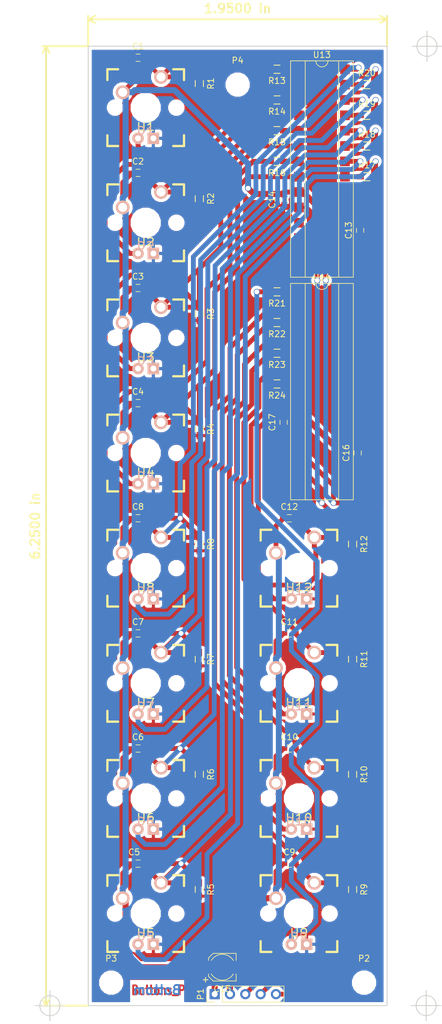
<source format=kicad_pcb>
(kicad_pcb (version 4) (host pcbnew 4.0.4-stable)
  (layers (0 F.Cu signal) (31 B.Cu signal) (34 B.Paste user) (35 F.Paste user) (36 B.SilkS user) (37 F.SilkS user) (38 B.Mask user) (39 F.Mask user) (44 Edge.Cuts user))
  (net 0 "")
  (net 1 /VDD)
  (net 2 "Net-(C1-Pad2)")
  (net 3 "Net-(C2-Pad2)")
  (net 4 "Net-(C3-Pad2)")
  (net 5 "Net-(C4-Pad2)")
  (net 6 "Net-(C5-Pad2)")
  (net 7 "Net-(C6-Pad2)")
  (net 8 "Net-(C7-Pad2)")
  (net 9 "Net-(C8-Pad2)")
  (net 10 "Net-(C9-Pad2)")
  (net 11 "Net-(C10-Pad2)")
  (net 12 "Net-(C11-Pad2)")
  (net 13 "Net-(C12-Pad2)")
  (net 14 /GND)
  (net 15 /S_CLK_L)
  (net 16 /S_DAT_L)
  (net 17 /intA)
  (net 18 "Net-(R13-Pad1)")
  (net 19 "Net-(R14-Pad1)")
  (net 20 "Net-(R15-Pad1)")
  (net 21 "Net-(R16-Pad1)")
  (net 22 "Net-(R17-Pad1)")
  (net 23 "Net-(R18-Pad1)")
  (net 24 "Net-(R19-Pad1)")
  (net 25 "Net-(R20-Pad1)")
  (net 26 "Net-(R21-Pad1)")
  (net 27 "Net-(R22-Pad1)")
  (net 28 "Net-(R23-Pad1)")
  (net 29 "Net-(R24-Pad1)")
  (net 30 "Net-(D1-Pad1)")
  (net 31 "Net-(D2-Pad1)")
  (net 32 "Net-(D3-Pad1)")
  (net 33 "Net-(D4-Pad1)")
  (net 34 "Net-(D5-Pad1)")
  (net 35 "Net-(D6-Pad1)")
  (net 36 "Net-(D7-Pad1)")
  (net 37 "Net-(D8-Pad1)")
  (net 38 "Net-(D9-Pad1)")
  (net 39 "Net-(D10-Pad1)")
  (net 40 "Net-(D11-Pad1)")
  (net 41 "Net-(D12-Pad1)")
  (module Keyboard:CHERRY_PCB_100H (layer F.Cu) (at 73.66 111.76)
    (fp_text reference U8 (at 0 3.175) (layer F.SilkS) (effects (font (size 1.27 1.524) (thickness 0.2032))))
    (fp_text value CHERRY-MX hide)
    (pad 1 thru_hole circle (at 2.54 -5.08) (size 2.286 2.286) (drill 1.4986) (layers *.Cu *.SilkS *.Mask) (net 9 "Net-(C8-Pad2)"))
    (pad 2 thru_hole circle (at -3.81 -2.54) (size 2.286 2.286) (drill 1.4986) (layers *.Cu *.SilkS *.Mask) (net 1 /VDD))
    (pad HOLE np_thru_hole circle (at 0 0) (size 3.9878 3.9878) (drill 3.9878) (layers *.Cu))
    (pad HOLE np_thru_hole circle (at -5.08 0) (size 1.7018 1.7018) (drill 1.7018) (layers *.Cu))
    (pad HOLE np_thru_hole circle (at 5.08 0) (size 1.7018 1.7018) (drill 1.7018) (layers *.Cu))
  )
  (module Keyboard:CHERRY_PCB_100H (layer F.Cu) (at 73.66 73.66)
    (fp_text reference U3 (at 0 3.175) (layer F.SilkS) (effects (font (size 1.27 1.524) (thickness 0.2032))))
    (fp_text value CHERRY-MX hide)
    (pad 1 thru_hole circle (at 2.54 -5.08) (size 2.286 2.286) (drill 1.4986) (layers *.Cu *.SilkS *.Mask) (net 4 "Net-(C3-Pad2)"))
    (pad 2 thru_hole circle (at -3.81 -2.54) (size 2.286 2.286) (drill 1.4986) (layers *.Cu *.SilkS *.Mask) (net 1 /VDD))
    (pad HOLE np_thru_hole circle (at 0 0) (size 3.9878 3.9878) (drill 3.9878) (layers *.Cu))
    (pad HOLE np_thru_hole circle (at -5.08 0) (size 1.7018 1.7018) (drill 1.7018) (layers *.Cu))
    (pad HOLE np_thru_hole circle (at 5.08 0) (size 1.7018 1.7018) (drill 1.7018) (layers *.Cu))
  )
  (module Capacitors_SMD:C_0603_HandSoldering (layer F.Cu) (at 72.39 27.305)
    (fp_text reference C1 (at 0 -1.9) (layer F.SilkS))
    (fp_text value 100n)
    (pad 1 smd rect (at -0.95 0) (size 1.2 0.75) (layers F.Cu F.Paste F.Mask) (net 1 /VDD))
    (pad 2 smd rect (at 0.95 0) (size 1.2 0.75) (layers F.Cu F.Paste F.Mask) (net 2 "Net-(C1-Pad2)"))
  )
  (module Capacitors_SMD:C_0603_HandSoldering (layer F.Cu) (at 72.39 46.355)
    (fp_text reference C2 (at 0 -1.9) (layer F.SilkS))
    (fp_text value 100n)
    (pad 1 smd rect (at -0.95 0) (size 1.2 0.75) (layers F.Cu F.Paste F.Mask) (net 1 /VDD))
    (pad 2 smd rect (at 0.95 0) (size 1.2 0.75) (layers F.Cu F.Paste F.Mask) (net 3 "Net-(C2-Pad2)"))
  )
  (module Capacitors_SMD:C_0603_HandSoldering (layer F.Cu) (at 72.39 65.405)
    (fp_text reference C3 (at 0 -1.9) (layer F.SilkS))
    (fp_text value 100n)
    (pad 1 smd rect (at -0.95 0) (size 1.2 0.75) (layers F.Cu F.Paste F.Mask) (net 1 /VDD))
    (pad 2 smd rect (at 0.95 0) (size 1.2 0.75) (layers F.Cu F.Paste F.Mask) (net 4 "Net-(C3-Pad2)"))
  )
  (module Capacitors_SMD:C_0603_HandSoldering (layer F.Cu) (at 72.39 84.455)
    (fp_text reference C4 (at 0 -1.9) (layer F.SilkS))
    (fp_text value 100n)
    (pad 1 smd rect (at -0.95 0) (size 1.2 0.75) (layers F.Cu F.Paste F.Mask) (net 1 /VDD))
    (pad 2 smd rect (at 0.95 0) (size 1.2 0.75) (layers F.Cu F.Paste F.Mask) (net 5 "Net-(C4-Pad2)"))
  )
  (module Capacitors_SMD:C_0603_HandSoldering (layer F.Cu) (at 72.39 160.655)
    (fp_text reference C5 (at -0.635 -1.9) (layer F.SilkS))
    (fp_text value 100n)
    (pad 1 smd rect (at -0.95 0) (size 1.2 0.75) (layers F.Cu F.Paste F.Mask) (net 1 /VDD))
    (pad 2 smd rect (at 0.95 0) (size 1.2 0.75) (layers F.Cu F.Paste F.Mask) (net 6 "Net-(C5-Pad2)"))
  )
  (module Capacitors_SMD:C_0603_HandSoldering (layer F.Cu) (at 72.39 141.605)
    (fp_text reference C6 (at 0 -1.9) (layer F.SilkS))
    (fp_text value 100n)
    (pad 1 smd rect (at -0.95 0) (size 1.2 0.75) (layers F.Cu F.Paste F.Mask) (net 1 /VDD))
    (pad 2 smd rect (at 0.95 0) (size 1.2 0.75) (layers F.Cu F.Paste F.Mask) (net 7 "Net-(C6-Pad2)"))
  )
  (module Capacitors_SMD:C_0603_HandSoldering (layer F.Cu) (at 72.39 122.555)
    (fp_text reference C7 (at 0 -1.9) (layer F.SilkS))
    (fp_text value 100n)
    (pad 1 smd rect (at -0.95 0) (size 1.2 0.75) (layers F.Cu F.Paste F.Mask) (net 1 /VDD))
    (pad 2 smd rect (at 0.95 0) (size 1.2 0.75) (layers F.Cu F.Paste F.Mask) (net 8 "Net-(C7-Pad2)"))
  )
  (module Capacitors_SMD:C_0603_HandSoldering (layer F.Cu) (at 72.39 103.505)
    (fp_text reference C8 (at 0 -1.9) (layer F.SilkS))
    (fp_text value 100n)
    (pad 1 smd rect (at -0.95 0) (size 1.2 0.75) (layers F.Cu F.Paste F.Mask) (net 1 /VDD))
    (pad 2 smd rect (at 0.95 0) (size 1.2 0.75) (layers F.Cu F.Paste F.Mask) (net 9 "Net-(C8-Pad2)"))
  )
  (module Capacitors_SMD:C_0603_HandSoldering (layer F.Cu) (at 97.475 160.655)
    (fp_text reference C9 (at 0 -1.9) (layer F.SilkS))
    (fp_text value 100n)
    (pad 1 smd rect (at -0.95 0) (size 1.2 0.75) (layers F.Cu F.Paste F.Mask) (net 1 /VDD))
    (pad 2 smd rect (at 0.95 0) (size 1.2 0.75) (layers F.Cu F.Paste F.Mask) (net 10 "Net-(C9-Pad2)"))
  )
  (module Capacitors_SMD:C_0603_HandSoldering (layer F.Cu) (at 97.475 141.605)
    (fp_text reference C10 (at 0 -1.9 180) (layer F.SilkS))
    (fp_text value 100n)
    (pad 1 smd rect (at -0.95 0) (size 1.2 0.75) (layers F.Cu F.Paste F.Mask) (net 1 /VDD))
    (pad 2 smd rect (at 0.95 0) (size 1.2 0.75) (layers F.Cu F.Paste F.Mask) (net 11 "Net-(C10-Pad2)"))
  )
  (module Capacitors_SMD:C_0603_HandSoldering (layer F.Cu) (at 97.475 122.555)
    (fp_text reference C11 (at 0 -1.9) (layer F.SilkS))
    (fp_text value 100n)
    (pad 1 smd rect (at -0.95 0) (size 1.2 0.75) (layers F.Cu F.Paste F.Mask) (net 1 /VDD))
    (pad 2 smd rect (at 0.95 0) (size 1.2 0.75) (layers F.Cu F.Paste F.Mask) (net 12 "Net-(C11-Pad2)"))
  )
  (module Capacitors_SMD:C_0603_HandSoldering (layer F.Cu) (at 97.475 103.505)
    (fp_text reference C12 (at 0 -1.9) (layer F.SilkS))
    (fp_text value 100n)
    (pad 1 smd rect (at -0.95 0) (size 1.2 0.75) (layers F.Cu F.Paste F.Mask) (net 1 /VDD))
    (pad 2 smd rect (at 0.95 0) (size 1.2 0.75) (layers F.Cu F.Paste F.Mask) (net 13 "Net-(C12-Pad2)"))
  )
  (module Capacitors_SMD:C_0603_HandSoldering (layer F.Cu) (at 109.1946 55.8698 90)
    (fp_text reference C13 (at 0 -1.9 90) (layer F.SilkS))
    (fp_text value 100n)
    (pad 1 smd rect (at -0.95 0 90) (size 1.2 0.75) (layers F.Cu F.Paste F.Mask) (net 14 /GND))
    (pad 2 smd rect (at 0.95 0 90) (size 1.2 0.75) (layers F.Cu F.Paste F.Mask) (net 1 /VDD))
  )
  (module Capacitors_SMD:C_0603_HandSoldering (layer F.Cu) (at 96.52 50.8 90)
    (fp_text reference C14 (at 0 -1.9 90) (layer F.SilkS))
    (fp_text value 100n)
    (pad 1 smd rect (at -0.95 0 90) (size 1.2 0.75) (layers F.Cu F.Paste F.Mask) (net 14 /GND))
    (pad 2 smd rect (at 0.95 0 90) (size 1.2 0.75) (layers F.Cu F.Paste F.Mask) (net 1 /VDD))
  )
  (module Capacitors_SMD:CP_Elec_4x4.5 (layer F.Cu) (at 86.36 177.8)
    (fp_text reference C15 (at 0 3.58 180) (layer F.SilkS))
    (fp_text value 4.7u)
    (fp_text user + (at -2.78 1.99 180) (layer F.SilkS))
    (pad 1 smd rect (at -1.8 0 180) (size 2.6 1.6) (layers F.Cu F.Paste F.Mask) (net 1 /VDD))
    (pad 2 smd rect (at 1.8 0 180) (size 2.6 1.6) (layers F.Cu F.Paste F.Mask) (net 14 /GND))
  )
  (module Keyboard:CHERRY_MX_LED (layer F.Cu) (at 73.66 35.56)
    (fp_text reference D1 (at 0 3.81 180) (layer B.SilkS) (effects (font (size 1.27 1.524) (thickness 0.2032))))
    (fp_text value LED_Small_ALT hide)
    (pad 1 thru_hole circle (at -1.27 5.08) (size 1.905 1.905) (drill 0.9906) (layers *.Cu *.SilkS *.Mask) (net 30 "Net-(D1-Pad1)"))
    (pad 2 thru_hole rect (at 1.27 5.08) (size 1.905 1.905) (drill 0.9906) (layers *.Cu *.SilkS *.Mask) (net 14 /GND))
  )
  (module Keyboard:CHERRY_MX_LED (layer F.Cu) (at 73.66 54.61)
    (fp_text reference D2 (at 0 3.81) (layer B.SilkS) (effects (font (size 1.27 1.524) (thickness 0.2032))))
    (fp_text value LED_Small_ALT hide)
    (pad 1 thru_hole circle (at -1.27 5.08) (size 1.905 1.905) (drill 0.9906) (layers *.Cu *.SilkS *.Mask) (net 31 "Net-(D2-Pad1)"))
    (pad 2 thru_hole rect (at 1.27 5.08) (size 1.905 1.905) (drill 0.9906) (layers *.Cu *.SilkS *.Mask) (net 14 /GND))
  )
  (module Keyboard:CHERRY_MX_LED (layer F.Cu) (at 73.66 73.66)
    (fp_text reference D3 (at 0 3.81) (layer B.SilkS) (effects (font (size 1.27 1.524) (thickness 0.2032))))
    (fp_text value LED_Small_ALT hide)
    (pad 1 thru_hole circle (at -1.27 5.08) (size 1.905 1.905) (drill 0.9906) (layers *.Cu *.SilkS *.Mask) (net 32 "Net-(D3-Pad1)"))
    (pad 2 thru_hole rect (at 1.27 5.08) (size 1.905 1.905) (drill 0.9906) (layers *.Cu *.SilkS *.Mask) (net 14 /GND))
  )
  (module Keyboard:CHERRY_MX_LED (layer F.Cu) (at 73.66 92.71)
    (fp_text reference D4 (at 0 3.81) (layer B.SilkS) (effects (font (size 1.27 1.524) (thickness 0.2032))))
    (fp_text value LED_Small_ALT hide)
    (pad 1 thru_hole circle (at -1.27 5.08) (size 1.905 1.905) (drill 0.9906) (layers *.Cu *.SilkS *.Mask) (net 33 "Net-(D4-Pad1)"))
    (pad 2 thru_hole rect (at 1.27 5.08) (size 1.905 1.905) (drill 0.9906) (layers *.Cu *.SilkS *.Mask) (net 14 /GND))
  )
  (module Keyboard:CHERRY_MX_LED (layer F.Cu) (at 73.66 168.91)
    (fp_text reference D5 (at 0 3.81) (layer B.SilkS) (effects (font (size 1.27 1.524) (thickness 0.2032))))
    (fp_text value LED_Small_ALT hide)
    (pad 1 thru_hole circle (at -1.27 5.08) (size 1.905 1.905) (drill 0.9906) (layers *.Cu *.SilkS *.Mask) (net 34 "Net-(D5-Pad1)"))
    (pad 2 thru_hole rect (at 1.27 5.08) (size 1.905 1.905) (drill 0.9906) (layers *.Cu *.SilkS *.Mask) (net 14 /GND))
  )
  (module Keyboard:CHERRY_MX_LED (layer F.Cu) (at 73.66 149.86)
    (fp_text reference D6 (at 0 3.81) (layer B.SilkS) (effects (font (size 1.27 1.524) (thickness 0.2032))))
    (fp_text value LED_Small_ALT hide)
    (pad 1 thru_hole circle (at -1.27 5.08) (size 1.905 1.905) (drill 0.9906) (layers *.Cu *.SilkS *.Mask) (net 35 "Net-(D6-Pad1)"))
    (pad 2 thru_hole rect (at 1.27 5.08) (size 1.905 1.905) (drill 0.9906) (layers *.Cu *.SilkS *.Mask) (net 14 /GND))
  )
  (module Keyboard:CHERRY_MX_LED (layer F.Cu) (at 73.66 130.81)
    (fp_text reference D7 (at 0 3.81) (layer B.SilkS) (effects (font (size 1.27 1.524) (thickness 0.2032))))
    (fp_text value LED_Small_ALT hide)
    (pad 1 thru_hole circle (at -1.27 5.08) (size 1.905 1.905) (drill 0.9906) (layers *.Cu *.SilkS *.Mask) (net 36 "Net-(D7-Pad1)"))
    (pad 2 thru_hole rect (at 1.27 5.08) (size 1.905 1.905) (drill 0.9906) (layers *.Cu *.SilkS *.Mask) (net 14 /GND))
  )
  (module Keyboard:CHERRY_MX_LED (layer F.Cu) (at 73.66 111.76)
    (fp_text reference D8 (at 0 3.81) (layer B.SilkS) (effects (font (size 1.27 1.524) (thickness 0.2032))))
    (fp_text value LED_Small_ALT hide)
    (pad 1 thru_hole circle (at -1.27 5.08) (size 1.905 1.905) (drill 0.9906) (layers *.Cu *.SilkS *.Mask) (net 37 "Net-(D8-Pad1)"))
    (pad 2 thru_hole rect (at 1.27 5.08) (size 1.905 1.905) (drill 0.9906) (layers *.Cu *.SilkS *.Mask) (net 14 /GND))
  )
  (module Keyboard:CHERRY_MX_LED (layer F.Cu) (at 99.06 168.91)
    (fp_text reference D9 (at 0 3.81) (layer B.SilkS) (effects (font (size 1.27 1.524) (thickness 0.2032))))
    (fp_text value LED_Small_ALT hide)
    (pad 1 thru_hole circle (at -1.27 5.08) (size 1.905 1.905) (drill 0.9906) (layers *.Cu *.SilkS *.Mask) (net 38 "Net-(D9-Pad1)"))
    (pad 2 thru_hole rect (at 1.27 5.08) (size 1.905 1.905) (drill 0.9906) (layers *.Cu *.SilkS *.Mask) (net 14 /GND))
  )
  (module Keyboard:CHERRY_MX_LED (layer F.Cu) (at 99.06 149.86)
    (fp_text reference D10 (at 0 3.81) (layer B.SilkS) (effects (font (size 1.27 1.524) (thickness 0.2032))))
    (fp_text value LED_Small_ALT hide)
    (pad 1 thru_hole circle (at -1.27 5.08) (size 1.905 1.905) (drill 0.9906) (layers *.Cu *.SilkS *.Mask) (net 39 "Net-(D10-Pad1)"))
    (pad 2 thru_hole rect (at 1.27 5.08) (size 1.905 1.905) (drill 0.9906) (layers *.Cu *.SilkS *.Mask) (net 14 /GND))
  )
  (module Keyboard:CHERRY_MX_LED (layer F.Cu) (at 99.06 130.81)
    (fp_text reference D11 (at 0 3.81) (layer B.SilkS) (effects (font (size 1.27 1.524) (thickness 0.2032))))
    (fp_text value LED_Small_ALT hide)
    (pad 1 thru_hole circle (at -1.27 5.08) (size 1.905 1.905) (drill 0.9906) (layers *.Cu *.SilkS *.Mask) (net 40 "Net-(D11-Pad1)"))
    (pad 2 thru_hole rect (at 1.27 5.08) (size 1.905 1.905) (drill 0.9906) (layers *.Cu *.SilkS *.Mask) (net 14 /GND))
  )
  (module Keyboard:CHERRY_MX_LED (layer F.Cu) (at 99.06 111.76)
    (fp_text reference D12 (at 0 3.81) (layer B.SilkS) (effects (font (size 1.27 1.524) (thickness 0.2032))))
    (fp_text value LED_Small_ALT hide)
    (pad 1 thru_hole circle (at -1.27 5.08) (size 1.905 1.905) (drill 0.9906) (layers *.Cu *.SilkS *.Mask) (net 41 "Net-(D12-Pad1)"))
    (pad 2 thru_hole rect (at 1.27 5.08) (size 1.905 1.905) (drill 0.9906) (layers *.Cu *.SilkS *.Mask) (net 14 /GND))
  )
  (module Resistors_SMD:R_0603_HandSoldering (layer F.Cu) (at 82.55 31.58 270)
    (fp_text reference R1 (at 0 -1.9 270) (layer F.SilkS))
    (fp_text value 10k)
    (pad 1 smd rect (at -1.1 0 270) (size 1.2 0.9) (layers F.Cu F.Paste F.Mask) (net 2 "Net-(C1-Pad2)"))
    (pad 2 smd rect (at 1.1 0 270) (size 1.2 0.9) (layers F.Cu F.Paste F.Mask) (net 14 /GND))
  )
  (module Resistors_SMD:R_0603_HandSoldering (layer F.Cu) (at 82.55 50.63 270)
    (fp_text reference R2 (at 0 -1.9 270) (layer F.SilkS))
    (fp_text value 10k)
    (pad 1 smd rect (at -1.1 0 270) (size 1.2 0.9) (layers F.Cu F.Paste F.Mask) (net 3 "Net-(C2-Pad2)"))
    (pad 2 smd rect (at 1.1 0 270) (size 1.2 0.9) (layers F.Cu F.Paste F.Mask) (net 14 /GND))
  )
  (module Resistors_SMD:R_0603_HandSoldering (layer F.Cu) (at 82.55 69.68 270)
    (fp_text reference R3 (at 0 -1.9 270) (layer F.SilkS))
    (fp_text value 10k)
    (pad 1 smd rect (at -1.1 0 270) (size 1.2 0.9) (layers F.Cu F.Paste F.Mask) (net 4 "Net-(C3-Pad2)"))
    (pad 2 smd rect (at 1.1 0 270) (size 1.2 0.9) (layers F.Cu F.Paste F.Mask) (net 14 /GND))
  )
  (module Resistors_SMD:R_0603_HandSoldering (layer F.Cu) (at 82.55 88.73 270)
    (fp_text reference R4 (at 0 -1.9 270) (layer F.SilkS))
    (fp_text value 10k)
    (pad 1 smd rect (at -1.1 0 270) (size 1.2 0.9) (layers F.Cu F.Paste F.Mask) (net 5 "Net-(C4-Pad2)"))
    (pad 2 smd rect (at 1.1 0 270) (size 1.2 0.9) (layers F.Cu F.Paste F.Mask) (net 14 /GND))
  )
  (module Resistors_SMD:R_0603_HandSoldering (layer F.Cu) (at 82.55 164.93 270)
    (fp_text reference R5 (at 0 -1.9 270) (layer F.SilkS))
    (fp_text value 10k)
    (pad 1 smd rect (at -1.1 0 270) (size 1.2 0.9) (layers F.Cu F.Paste F.Mask) (net 6 "Net-(C5-Pad2)"))
    (pad 2 smd rect (at 1.1 0 270) (size 1.2 0.9) (layers F.Cu F.Paste F.Mask) (net 14 /GND))
  )
  (module Resistors_SMD:R_0603_HandSoldering (layer F.Cu) (at 82.55 145.88 270)
    (fp_text reference R6 (at 0 -1.9 270) (layer F.SilkS))
    (fp_text value 10k)
    (pad 1 smd rect (at -1.1 0 270) (size 1.2 0.9) (layers F.Cu F.Paste F.Mask) (net 7 "Net-(C6-Pad2)"))
    (pad 2 smd rect (at 1.1 0 270) (size 1.2 0.9) (layers F.Cu F.Paste F.Mask) (net 14 /GND))
  )
  (module Resistors_SMD:R_0603_HandSoldering (layer F.Cu) (at 82.55 126.83 270)
    (fp_text reference R7 (at 0 -1.9 270) (layer F.SilkS))
    (fp_text value 10k)
    (pad 1 smd rect (at -1.1 0 270) (size 1.2 0.9) (layers F.Cu F.Paste F.Mask) (net 8 "Net-(C7-Pad2)"))
    (pad 2 smd rect (at 1.1 0 270) (size 1.2 0.9) (layers F.Cu F.Paste F.Mask) (net 14 /GND))
  )
  (module Resistors_SMD:R_0603_HandSoldering (layer F.Cu) (at 82.55 107.78 270)
    (fp_text reference R8 (at 0 -1.9 270) (layer F.SilkS))
    (fp_text value 10k)
    (pad 1 smd rect (at -1.1 0 270) (size 1.2 0.9) (layers F.Cu F.Paste F.Mask) (net 9 "Net-(C8-Pad2)"))
    (pad 2 smd rect (at 1.1 0 270) (size 1.2 0.9) (layers F.Cu F.Paste F.Mask) (net 14 /GND))
  )
  (module Resistors_SMD:R_0603_HandSoldering (layer F.Cu) (at 107.95 164.93 270)
    (fp_text reference R9 (at 0 -1.9 270) (layer F.SilkS))
    (fp_text value 10k)
    (pad 1 smd rect (at -1.1 0 270) (size 1.2 0.9) (layers F.Cu F.Paste F.Mask) (net 10 "Net-(C9-Pad2)"))
    (pad 2 smd rect (at 1.1 0 270) (size 1.2 0.9) (layers F.Cu F.Paste F.Mask) (net 14 /GND))
  )
  (module Resistors_SMD:R_0603_HandSoldering (layer F.Cu) (at 107.95 145.88 270)
    (fp_text reference R10 (at 0 -1.9 270) (layer F.SilkS))
    (fp_text value 10k)
    (pad 1 smd rect (at -1.1 0 270) (size 1.2 0.9) (layers F.Cu F.Paste F.Mask) (net 11 "Net-(C10-Pad2)"))
    (pad 2 smd rect (at 1.1 0 270) (size 1.2 0.9) (layers F.Cu F.Paste F.Mask) (net 14 /GND))
  )
  (module Resistors_SMD:R_0603_HandSoldering (layer F.Cu) (at 107.95 126.83 270)
    (fp_text reference R11 (at 0 -1.9 270) (layer F.SilkS))
    (fp_text value 10k)
    (pad 1 smd rect (at -1.1 0 270) (size 1.2 0.9) (layers F.Cu F.Paste F.Mask) (net 12 "Net-(C11-Pad2)"))
    (pad 2 smd rect (at 1.1 0 270) (size 1.2 0.9) (layers F.Cu F.Paste F.Mask) (net 14 /GND))
  )
  (module Resistors_SMD:R_0603_HandSoldering (layer F.Cu) (at 107.95 107.78 270)
    (fp_text reference R12 (at 0 -1.9 270) (layer F.SilkS))
    (fp_text value 10k)
    (pad 1 smd rect (at -1.1 0 270) (size 1.2 0.9) (layers F.Cu F.Paste F.Mask) (net 13 "Net-(C12-Pad2)"))
    (pad 2 smd rect (at 1.1 0 270) (size 1.2 0.9) (layers F.Cu F.Paste F.Mask) (net 14 /GND))
  )
  (module Resistors_SMD:R_0603_HandSoldering (layer F.Cu) (at 95.42 29.21 180)
    (fp_text reference R13 (at 0 -1.9 180) (layer F.SilkS))
    (fp_text value 100)
    (pad 1 smd rect (at -1.1 0 180) (size 1.2 0.9) (layers F.Cu F.Paste F.Mask) (net 18 "Net-(R13-Pad1)"))
    (pad 2 smd rect (at 1.1 0 180) (size 1.2 0.9) (layers F.Cu F.Paste F.Mask) (net 30 "Net-(D1-Pad1)"))
  )
  (module Resistors_SMD:R_0603_HandSoldering (layer F.Cu) (at 95.42 34.29 180)
    (fp_text reference R14 (at 0 -1.9 180) (layer F.SilkS))
    (fp_text value 100)
    (pad 1 smd rect (at -1.1 0 180) (size 1.2 0.9) (layers F.Cu F.Paste F.Mask) (net 19 "Net-(R14-Pad1)"))
    (pad 2 smd rect (at 1.1 0 180) (size 1.2 0.9) (layers F.Cu F.Paste F.Mask) (net 31 "Net-(D2-Pad1)"))
  )
  (module Resistors_SMD:R_0603_HandSoldering (layer F.Cu) (at 95.42 39.37 180)
    (fp_text reference R15 (at 0 -1.9 180) (layer F.SilkS))
    (fp_text value 100)
    (pad 1 smd rect (at -1.1 0 180) (size 1.2 0.9) (layers F.Cu F.Paste F.Mask) (net 20 "Net-(R15-Pad1)"))
    (pad 2 smd rect (at 1.1 0 180) (size 1.2 0.9) (layers F.Cu F.Paste F.Mask) (net 32 "Net-(D3-Pad1)"))
  )
  (module Resistors_SMD:R_0603_HandSoldering (layer F.Cu) (at 95.42 44.45 180)
    (fp_text reference R16 (at 0 -1.9 180) (layer F.SilkS))
    (fp_text value 100)
    (pad 1 smd rect (at -1.1 0 180) (size 1.2 0.9) (layers F.Cu F.Paste F.Mask) (net 21 "Net-(R16-Pad1)"))
    (pad 2 smd rect (at 1.1 0 180) (size 1.2 0.9) (layers F.Cu F.Paste F.Mask) (net 33 "Net-(D4-Pad1)"))
  )
  (module Resistors_SMD:R_0603_HandSoldering (layer F.Cu) (at 110.32 46.99)
    (fp_text reference R17 (at 0 -1.9) (layer F.SilkS))
    (fp_text value 100)
    (pad 1 smd rect (at -1.1 0) (size 1.2 0.9) (layers F.Cu F.Paste F.Mask) (net 22 "Net-(R17-Pad1)"))
    (pad 2 smd rect (at 1.1 0) (size 1.2 0.9) (layers F.Cu F.Paste F.Mask) (net 34 "Net-(D5-Pad1)"))
  )
  (module Resistors_SMD:R_0603_HandSoldering (layer F.Cu) (at 110.32 41.91)
    (fp_text reference R18 (at 0 -1.9) (layer F.SilkS))
    (fp_text value 100)
    (pad 1 smd rect (at -1.1 0) (size 1.2 0.9) (layers F.Cu F.Paste F.Mask) (net 23 "Net-(R18-Pad1)"))
    (pad 2 smd rect (at 1.1 0) (size 1.2 0.9) (layers F.Cu F.Paste F.Mask) (net 35 "Net-(D6-Pad1)"))
  )
  (module Resistors_SMD:R_0603_HandSoldering (layer F.Cu) (at 110.32 36.83)
    (fp_text reference R19 (at 0 -1.9) (layer F.SilkS))
    (fp_text value 100)
    (pad 1 smd rect (at -1.1 0) (size 1.2 0.9) (layers F.Cu F.Paste F.Mask) (net 24 "Net-(R19-Pad1)"))
    (pad 2 smd rect (at 1.1 0) (size 1.2 0.9) (layers F.Cu F.Paste F.Mask) (net 36 "Net-(D7-Pad1)"))
  )
  (module Resistors_SMD:R_0603_HandSoldering (layer F.Cu) (at 110.32 31.75)
    (fp_text reference R20 (at 0 -1.9) (layer F.SilkS))
    (fp_text value 100)
    (pad 1 smd rect (at -1.1 0) (size 1.2 0.9) (layers F.Cu F.Paste F.Mask) (net 25 "Net-(R20-Pad1)"))
    (pad 2 smd rect (at 1.1 0) (size 1.2 0.9) (layers F.Cu F.Paste F.Mask) (net 37 "Net-(D8-Pad1)"))
  )
  (module Resistors_SMD:R_0603_HandSoldering (layer F.Cu) (at 95.42 66.04 180)
    (fp_text reference R21 (at 0 -1.9 180) (layer F.SilkS))
    (fp_text value 100)
    (pad 1 smd rect (at -1.1 0 180) (size 1.2 0.9) (layers F.Cu F.Paste F.Mask) (net 26 "Net-(R21-Pad1)"))
    (pad 2 smd rect (at 1.1 0 180) (size 1.2 0.9) (layers F.Cu F.Paste F.Mask) (net 38 "Net-(D9-Pad1)"))
  )
  (module Resistors_SMD:R_0603_HandSoldering (layer F.Cu) (at 95.42 71.12 180)
    (fp_text reference R22 (at 0 -1.9 180) (layer F.SilkS))
    (fp_text value 100)
    (pad 1 smd rect (at -1.1 0 180) (size 1.2 0.9) (layers F.Cu F.Paste F.Mask) (net 27 "Net-(R22-Pad1)"))
    (pad 2 smd rect (at 1.1 0 180) (size 1.2 0.9) (layers F.Cu F.Paste F.Mask) (net 39 "Net-(D10-Pad1)"))
  )
  (module Resistors_SMD:R_0603_HandSoldering (layer F.Cu) (at 95.42 76.2 180)
    (fp_text reference R23 (at 0 -1.9 180) (layer F.SilkS))
    (fp_text value 100)
    (pad 1 smd rect (at -1.1 0 180) (size 1.2 0.9) (layers F.Cu F.Paste F.Mask) (net 28 "Net-(R23-Pad1)"))
    (pad 2 smd rect (at 1.1 0 180) (size 1.2 0.9) (layers F.Cu F.Paste F.Mask) (net 40 "Net-(D11-Pad1)"))
  )
  (module Resistors_SMD:R_0603_HandSoldering (layer F.Cu) (at 95.42 81.28 180)
    (fp_text reference R24 (at 0 -1.9 180) (layer F.SilkS))
    (fp_text value 100)
    (pad 1 smd rect (at -1.1 0 180) (size 1.2 0.9) (layers F.Cu F.Paste F.Mask) (net 29 "Net-(R24-Pad1)"))
    (pad 2 smd rect (at 1.1 0 180) (size 1.2 0.9) (layers F.Cu F.Paste F.Mask) (net 41 "Net-(D12-Pad1)"))
  )
  (module Keyboard:CHERRY_PCB_100H (layer F.Cu) (at 73.66 35.56)
    (fp_text reference U1 (at 0 3.175) (layer F.SilkS) (effects (font (size 1.27 1.524) (thickness 0.2032))))
    (fp_text value CHERRY-MX hide)
    (pad 1 thru_hole circle (at 2.54 -5.08) (size 2.286 2.286) (drill 1.4986) (layers *.Cu *.SilkS *.Mask) (net 2 "Net-(C1-Pad2)"))
    (pad 2 thru_hole circle (at -3.81 -2.54) (size 2.286 2.286) (drill 1.4986) (layers *.Cu *.SilkS *.Mask) (net 1 /VDD))
    (pad HOLE np_thru_hole circle (at 0 0) (size 3.9878 3.9878) (drill 3.9878) (layers *.Cu))
    (pad HOLE np_thru_hole circle (at -5.08 0) (size 1.7018 1.7018) (drill 1.7018) (layers *.Cu))
    (pad HOLE np_thru_hole circle (at 5.08 0) (size 1.7018 1.7018) (drill 1.7018) (layers *.Cu))
  )
  (module Keyboard:CHERRY_PCB_100H (layer F.Cu) (at 73.66 54.61)
    (fp_text reference U2 (at 0 3.175) (layer F.SilkS) (effects (font (size 1.27 1.524) (thickness 0.2032))))
    (fp_text value CHERRY-MX hide)
    (pad 1 thru_hole circle (at 2.54 -5.08) (size 2.286 2.286) (drill 1.4986) (layers *.Cu *.SilkS *.Mask) (net 3 "Net-(C2-Pad2)"))
    (pad 2 thru_hole circle (at -3.81 -2.54) (size 2.286 2.286) (drill 1.4986) (layers *.Cu *.SilkS *.Mask) (net 1 /VDD))
    (pad HOLE np_thru_hole circle (at 0 0) (size 3.9878 3.9878) (drill 3.9878) (layers *.Cu))
    (pad HOLE np_thru_hole circle (at -5.08 0) (size 1.7018 1.7018) (drill 1.7018) (layers *.Cu))
    (pad HOLE np_thru_hole circle (at 5.08 0) (size 1.7018 1.7018) (drill 1.7018) (layers *.Cu))
  )
  (module Keyboard:CHERRY_PCB_100H (layer F.Cu) (at 73.66 92.71)
    (fp_text reference U4 (at 0 3.175) (layer F.SilkS) (effects (font (size 1.27 1.524) (thickness 0.2032))))
    (fp_text value CHERRY-MX hide)
    (pad 1 thru_hole circle (at 2.54 -5.08) (size 2.286 2.286) (drill 1.4986) (layers *.Cu *.SilkS *.Mask) (net 5 "Net-(C4-Pad2)"))
    (pad 2 thru_hole circle (at -3.81 -2.54) (size 2.286 2.286) (drill 1.4986) (layers *.Cu *.SilkS *.Mask) (net 1 /VDD))
    (pad HOLE np_thru_hole circle (at 0 0) (size 3.9878 3.9878) (drill 3.9878) (layers *.Cu))
    (pad HOLE np_thru_hole circle (at -5.08 0) (size 1.7018 1.7018) (drill 1.7018) (layers *.Cu))
    (pad HOLE np_thru_hole circle (at 5.08 0) (size 1.7018 1.7018) (drill 1.7018) (layers *.Cu))
  )
  (module Keyboard:CHERRY_PCB_100H (layer F.Cu) (at 73.66 168.91)
    (fp_text reference U5 (at 0 3.175) (layer F.SilkS) (effects (font (size 1.27 1.524) (thickness 0.2032))))
    (fp_text value CHERRY-MX hide)
    (pad 1 thru_hole circle (at 2.54 -5.08) (size 2.286 2.286) (drill 1.4986) (layers *.Cu *.SilkS *.Mask) (net 6 "Net-(C5-Pad2)"))
    (pad 2 thru_hole circle (at -3.81 -2.54) (size 2.286 2.286) (drill 1.4986) (layers *.Cu *.SilkS *.Mask) (net 1 /VDD))
    (pad HOLE np_thru_hole circle (at 0 0) (size 3.9878 3.9878) (drill 3.9878) (layers *.Cu))
    (pad HOLE np_thru_hole circle (at -5.08 0) (size 1.7018 1.7018) (drill 1.7018) (layers *.Cu))
    (pad HOLE np_thru_hole circle (at 5.08 0) (size 1.7018 1.7018) (drill 1.7018) (layers *.Cu))
  )
  (module Keyboard:CHERRY_PCB_100H (layer F.Cu) (at 73.66 149.86)
    (fp_text reference U6 (at 0 3.175) (layer F.SilkS) (effects (font (size 1.27 1.524) (thickness 0.2032))))
    (fp_text value CHERRY-MX hide)
    (pad 1 thru_hole circle (at 2.54 -5.08) (size 2.286 2.286) (drill 1.4986) (layers *.Cu *.SilkS *.Mask) (net 7 "Net-(C6-Pad2)"))
    (pad 2 thru_hole circle (at -3.81 -2.54) (size 2.286 2.286) (drill 1.4986) (layers *.Cu *.SilkS *.Mask) (net 1 /VDD))
    (pad HOLE np_thru_hole circle (at 0 0) (size 3.9878 3.9878) (drill 3.9878) (layers *.Cu))
    (pad HOLE np_thru_hole circle (at -5.08 0) (size 1.7018 1.7018) (drill 1.7018) (layers *.Cu))
    (pad HOLE np_thru_hole circle (at 5.08 0) (size 1.7018 1.7018) (drill 1.7018) (layers *.Cu))
  )
  (module Keyboard:CHERRY_PCB_100H (layer F.Cu) (at 73.66 130.81)
    (fp_text reference U7 (at 0 3.175) (layer F.SilkS) (effects (font (size 1.27 1.524) (thickness 0.2032))))
    (fp_text value CHERRY-MX hide)
    (pad 1 thru_hole circle (at 2.54 -5.08) (size 2.286 2.286) (drill 1.4986) (layers *.Cu *.SilkS *.Mask) (net 8 "Net-(C7-Pad2)"))
    (pad 2 thru_hole circle (at -3.81 -2.54) (size 2.286 2.286) (drill 1.4986) (layers *.Cu *.SilkS *.Mask) (net 1 /VDD))
    (pad HOLE np_thru_hole circle (at 0 0) (size 3.9878 3.9878) (drill 3.9878) (layers *.Cu))
    (pad HOLE np_thru_hole circle (at -5.08 0) (size 1.7018 1.7018) (drill 1.7018) (layers *.Cu))
    (pad HOLE np_thru_hole circle (at 5.08 0) (size 1.7018 1.7018) (drill 1.7018) (layers *.Cu))
  )
  (module Keyboard:CHERRY_PCB_100H (layer F.Cu) (at 99.06 168.91)
    (fp_text reference U9 (at 0 3.175) (layer F.SilkS) (effects (font (size 1.27 1.524) (thickness 0.2032))))
    (fp_text value CHERRY-MX hide)
    (pad 1 thru_hole circle (at 2.54 -5.08) (size 2.286 2.286) (drill 1.4986) (layers *.Cu *.SilkS *.Mask) (net 10 "Net-(C9-Pad2)"))
    (pad 2 thru_hole circle (at -3.81 -2.54) (size 2.286 2.286) (drill 1.4986) (layers *.Cu *.SilkS *.Mask) (net 1 /VDD))
    (pad HOLE np_thru_hole circle (at 0 0) (size 3.9878 3.9878) (drill 3.9878) (layers *.Cu))
    (pad HOLE np_thru_hole circle (at -5.08 0) (size 1.7018 1.7018) (drill 1.7018) (layers *.Cu))
    (pad HOLE np_thru_hole circle (at 5.08 0) (size 1.7018 1.7018) (drill 1.7018) (layers *.Cu))
  )
  (module Keyboard:CHERRY_PCB_100H (layer F.Cu) (at 99.06 149.86)
    (fp_text reference U10 (at 0 3.175) (layer F.SilkS) (effects (font (size 1.27 1.524) (thickness 0.2032))))
    (fp_text value CHERRY-MX hide)
    (pad 1 thru_hole circle (at 2.54 -5.08) (size 2.286 2.286) (drill 1.4986) (layers *.Cu *.SilkS *.Mask) (net 11 "Net-(C10-Pad2)"))
    (pad 2 thru_hole circle (at -3.81 -2.54) (size 2.286 2.286) (drill 1.4986) (layers *.Cu *.SilkS *.Mask) (net 1 /VDD))
    (pad HOLE np_thru_hole circle (at 0 0) (size 3.9878 3.9878) (drill 3.9878) (layers *.Cu))
    (pad HOLE np_thru_hole circle (at -5.08 0) (size 1.7018 1.7018) (drill 1.7018) (layers *.Cu))
    (pad HOLE np_thru_hole circle (at 5.08 0) (size 1.7018 1.7018) (drill 1.7018) (layers *.Cu))
  )
  (module Keyboard:CHERRY_PCB_100H (layer F.Cu) (at 99.06 130.81)
    (fp_text reference U11 (at 0 3.175) (layer F.SilkS) (effects (font (size 1.27 1.524) (thickness 0.2032))))
    (fp_text value CHERRY-MX hide)
    (pad 1 thru_hole circle (at 2.54 -5.08) (size 2.286 2.286) (drill 1.4986) (layers *.Cu *.SilkS *.Mask) (net 12 "Net-(C11-Pad2)"))
    (pad 2 thru_hole circle (at -3.81 -2.54) (size 2.286 2.286) (drill 1.4986) (layers *.Cu *.SilkS *.Mask) (net 1 /VDD))
    (pad HOLE np_thru_hole circle (at 0 0) (size 3.9878 3.9878) (drill 3.9878) (layers *.Cu))
    (pad HOLE np_thru_hole circle (at -5.08 0) (size 1.7018 1.7018) (drill 1.7018) (layers *.Cu))
    (pad HOLE np_thru_hole circle (at 5.08 0) (size 1.7018 1.7018) (drill 1.7018) (layers *.Cu))
  )
  (module Keyboard:CHERRY_PCB_100H (layer F.Cu) (at 99.06 111.76)
    (fp_text reference U12 (at 0 3.175) (layer F.SilkS) (effects (font (size 1.27 1.524) (thickness 0.2032))))
    (fp_text value CHERRY-MX hide)
    (pad 1 thru_hole circle (at 2.54 -5.08) (size 2.286 2.286) (drill 1.4986) (layers *.Cu *.SilkS *.Mask) (net 13 "Net-(C12-Pad2)"))
    (pad 2 thru_hole circle (at -3.81 -2.54) (size 2.286 2.286) (drill 1.4986) (layers *.Cu *.SilkS *.Mask) (net 1 /VDD))
    (pad HOLE np_thru_hole circle (at 0 0) (size 3.9878 3.9878) (drill 3.9878) (layers *.Cu))
    (pad HOLE np_thru_hole circle (at -5.08 0) (size 1.7018 1.7018) (drill 1.7018) (layers *.Cu))
    (pad HOLE np_thru_hole circle (at 5.08 0) (size 1.7018 1.7018) (drill 1.7018) (layers *.Cu))
  )
  (module Housings_DIP:DIP-28_W7.62mm_SMDSocket_SmallPads (layer F.Cu) (at 102.87 45.72)
    (fp_text reference U13 (at 0 -18.9) (layer F.SilkS))
    (fp_text value MCP23017)
    (pad 1 smd rect (at -3.81 -16.51) (size 1.6 1.6) (layers F.Cu F.Mask) (net 18 "Net-(R13-Pad1)"))
    (pad 15 smd rect (at 3.81 16.51) (size 1.6 1.6) (layers F.Cu F.Mask) (net 14 /GND))
    (pad 2 smd rect (at -3.81 -13.97) (size 1.6 1.6) (layers F.Cu F.Mask) (net 2 "Net-(C1-Pad2)"))
    (pad 16 smd rect (at 3.81 13.97) (size 1.6 1.6) (layers F.Cu F.Mask) (net 14 /GND))
    (pad 3 smd rect (at -3.81 -11.43) (size 1.6 1.6) (layers F.Cu F.Mask) (net 19 "Net-(R14-Pad1)"))
    (pad 17 smd rect (at 3.81 11.43) (size 1.6 1.6) (layers F.Cu F.Mask) (net 14 /GND))
    (pad 4 smd rect (at -3.81 -8.89) (size 1.6 1.6) (layers F.Cu F.Mask) (net 3 "Net-(C2-Pad2)"))
    (pad 18 smd rect (at 3.81 8.89) (size 1.6 1.6) (layers F.Cu F.Mask) (net 1 /VDD))
    (pad 5 smd rect (at -3.81 -6.35) (size 1.6 1.6) (layers F.Cu F.Mask) (net 20 "Net-(R15-Pad1)"))
    (pad 19 smd rect (at 3.81 6.35) (size 1.6 1.6) (layers F.Cu F.Mask) (net 17 /intA))
    (pad 6 smd rect (at -3.81 -3.81) (size 1.6 1.6) (layers F.Cu F.Mask) (net 4 "Net-(C3-Pad2)"))
    (pad 20 smd rect (at 3.81 3.81) (size 1.6 1.6) (layers F.Cu F.Mask) (net 17 /intA))
    (pad 7 smd rect (at -3.81 -1.27) (size 1.6 1.6) (layers F.Cu F.Mask) (net 21 "Net-(R16-Pad1)"))
    (pad 21 smd rect (at 3.81 1.27) (size 1.6 1.6) (layers F.Cu F.Mask) (net 22 "Net-(R17-Pad1)"))
    (pad 8 smd rect (at -3.81 1.27) (size 1.6 1.6) (layers F.Cu F.Mask) (net 5 "Net-(C4-Pad2)"))
    (pad 22 smd rect (at 3.81 -1.27) (size 1.6 1.6) (layers F.Cu F.Mask) (net 6 "Net-(C5-Pad2)"))
    (pad 9 smd rect (at -3.81 3.81) (size 1.6 1.6) (layers F.Cu F.Mask) (net 1 /VDD))
    (pad 23 smd rect (at 3.81 -3.81) (size 1.6 1.6) (layers F.Cu F.Mask) (net 23 "Net-(R18-Pad1)"))
    (pad 10 smd rect (at -3.81 6.35) (size 1.6 1.6) (layers F.Cu F.Mask) (net 14 /GND))
    (pad 24 smd rect (at 3.81 -6.35) (size 1.6 1.6) (layers F.Cu F.Mask) (net 7 "Net-(C6-Pad2)"))
    (pad 11 smd rect (at -3.81 8.89) (size 1.6 1.6) (layers F.Cu F.Mask))
    (pad 25 smd rect (at 3.81 -8.89) (size 1.6 1.6) (layers F.Cu F.Mask) (net 24 "Net-(R19-Pad1)"))
    (pad 12 smd rect (at -3.81 11.43) (size 1.6 1.6) (layers F.Cu F.Mask) (net 15 /S_CLK_L))
    (pad 26 smd rect (at 3.81 -11.43) (size 1.6 1.6) (layers F.Cu F.Mask) (net 8 "Net-(C7-Pad2)"))
    (pad 13 smd rect (at -3.81 13.97) (size 1.6 1.6) (layers F.Cu F.Mask) (net 16 /S_DAT_L))
    (pad 27 smd rect (at 3.81 -13.97) (size 1.6 1.6) (layers F.Cu F.Mask) (net 25 "Net-(R20-Pad1)"))
    (pad 14 smd rect (at -3.81 16.51) (size 1.6 1.6) (layers F.Cu F.Mask))
    (pad 28 smd rect (at 3.81 -16.51) (size 1.6 1.6) (layers F.Cu F.Mask) (net 9 "Net-(C8-Pad2)"))
  )
  (module Housings_DIP:DIP-28_W7.62mm_SMDSocket_SmallPads (layer F.Cu) (at 102.87 82.55)
    (fp_text reference U14 (at 0 -18.9) (layer F.SilkS))
    (fp_text value MCP23017)
    (pad 1 smd rect (at -3.81 -16.51) (size 1.6 1.6) (layers F.Cu F.Mask) (net 26 "Net-(R21-Pad1)"))
    (pad 15 smd rect (at 3.81 16.51) (size 1.6 1.6) (layers F.Cu F.Mask) (net 1 /VDD))
    (pad 2 smd rect (at -3.81 -13.97) (size 1.6 1.6) (layers F.Cu F.Mask) (net 10 "Net-(C9-Pad2)"))
    (pad 16 smd rect (at 3.81 13.97) (size 1.6 1.6) (layers F.Cu F.Mask) (net 14 /GND))
    (pad 3 smd rect (at -3.81 -11.43) (size 1.6 1.6) (layers F.Cu F.Mask) (net 27 "Net-(R22-Pad1)"))
    (pad 17 smd rect (at 3.81 11.43) (size 1.6 1.6) (layers F.Cu F.Mask) (net 14 /GND))
    (pad 4 smd rect (at -3.81 -8.89) (size 1.6 1.6) (layers F.Cu F.Mask) (net 11 "Net-(C10-Pad2)"))
    (pad 18 smd rect (at 3.81 8.89) (size 1.6 1.6) (layers F.Cu F.Mask) (net 1 /VDD))
    (pad 5 smd rect (at -3.81 -6.35) (size 1.6 1.6) (layers F.Cu F.Mask) (net 28 "Net-(R23-Pad1)"))
    (pad 19 smd rect (at 3.81 6.35) (size 1.6 1.6) (layers F.Cu F.Mask) (net 17 /intA))
    (pad 6 smd rect (at -3.81 -3.81) (size 1.6 1.6) (layers F.Cu F.Mask) (net 12 "Net-(C11-Pad2)"))
    (pad 20 smd rect (at 3.81 3.81) (size 1.6 1.6) (layers F.Cu F.Mask) (net 17 /intA))
    (pad 7 smd rect (at -3.81 -1.27) (size 1.6 1.6) (layers F.Cu F.Mask) (net 29 "Net-(R24-Pad1)"))
    (pad 21 smd rect (at 3.81 1.27) (size 1.6 1.6) (layers F.Cu F.Mask))
    (pad 8 smd rect (at -3.81 1.27) (size 1.6 1.6) (layers F.Cu F.Mask) (net 13 "Net-(C12-Pad2)"))
    (pad 22 smd rect (at 3.81 -1.27) (size 1.6 1.6) (layers F.Cu F.Mask))
    (pad 9 smd rect (at -3.81 3.81) (size 1.6 1.6) (layers F.Cu F.Mask) (net 1 /VDD))
    (pad 23 smd rect (at 3.81 -3.81) (size 1.6 1.6) (layers F.Cu F.Mask))
    (pad 10 smd rect (at -3.81 6.35) (size 1.6 1.6) (layers F.Cu F.Mask) (net 14 /GND))
    (pad 24 smd rect (at 3.81 -6.35) (size 1.6 1.6) (layers F.Cu F.Mask))
    (pad 11 smd rect (at -3.81 8.89) (size 1.6 1.6) (layers F.Cu F.Mask))
    (pad 25 smd rect (at 3.81 -8.89) (size 1.6 1.6) (layers F.Cu F.Mask))
    (pad 12 smd rect (at -3.81 11.43) (size 1.6 1.6) (layers F.Cu F.Mask) (net 15 /S_CLK_L))
    (pad 26 smd rect (at 3.81 -11.43) (size 1.6 1.6) (layers F.Cu F.Mask))
    (pad 13 smd rect (at -3.81 13.97) (size 1.6 1.6) (layers F.Cu F.Mask) (net 16 /S_DAT_L))
    (pad 27 smd rect (at 3.81 -13.97) (size 1.6 1.6) (layers F.Cu F.Mask))
    (pad 14 smd rect (at -3.81 16.51) (size 1.6 1.6) (layers F.Cu F.Mask))
    (pad 28 smd rect (at 3.81 -16.51) (size 1.6 1.6) (layers F.Cu F.Mask))
  )
  (module Capacitors_SMD:C_0603_HandSoldering (layer F.Cu) (at 108.7882 92.6948 90)
    (fp_text reference C16 (at 0 -1.9 90) (layer F.SilkS))
    (fp_text value 100n)
    (pad 1 smd rect (at -0.95 0 90) (size 1.2 0.75) (layers F.Cu F.Paste F.Mask) (net 14 /GND))
    (pad 2 smd rect (at 0.95 0 90) (size 1.2 0.75) (layers F.Cu F.Paste F.Mask) (net 1 /VDD))
  )
  (module Capacitors_SMD:C_0603_HandSoldering (layer F.Cu) (at 96.52 87.63 90)
    (fp_text reference C17 (at 0 -1.9 90) (layer F.SilkS))
    (fp_text value 100n)
    (pad 1 smd rect (at -0.95 0 90) (size 1.2 0.75) (layers F.Cu F.Paste F.Mask) (net 14 /GND))
    (pad 2 smd rect (at 0.95 0 90) (size 1.2 0.75) (layers F.Cu F.Paste F.Mask) (net 1 /VDD))
  )
  (module Mounting_Holes:MountingHole_3mm (layer F.Cu) (at 109.855 180.34)
    (fp_text reference P2 (at 0 -4) (layer F.SilkS))
    (fp_text value CONN_01X01)
    (pad 1 np_thru_hole circle (at 0 0) (size 3 3) (drill 3) (layers *.Cu *.Mask))
  )
  (module Mounting_Holes:MountingHole_3mm (layer F.Cu) (at 67.945 180.34)
    (fp_text reference P3 (at 0 -4) (layer F.SilkS))
    (fp_text value CONN_01X01)
    (pad 1 np_thru_hole circle (at 0 0) (size 3 3) (drill 3) (layers *.Cu *.Mask))
  )
  (module Mounting_Holes:MountingHole_3mm (layer F.Cu) (at 88.9 31.75)
    (fp_text reference P4 (at 0 -4) (layer F.SilkS))
    (fp_text value CONN_01X01)
    (pad 1 np_thru_hole circle (at 0 0) (size 3 3) (drill 3) (layers *.Cu *.Mask))
  )
  (module Socket_Strips:Socket_Strip_Straight_1x05_Pitch2.54mm (layer F.Cu) (at 85.09 182.245 90)
    (fp_text reference P1 (at 0 -2.33 90) (layer F.SilkS))
    (fp_text value CONN_01X05)
    (pad 1 thru_hole rect (at 0 0 90) (size 1.7 1.7) (drill 1) (layers *.Cu *.Mask) (net 1 /VDD))
    (pad 2 thru_hole oval (at 0 2.54 90) (size 1.7 1.7) (drill 1) (layers *.Cu *.Mask) (net 14 /GND))
    (pad 3 thru_hole oval (at 0 5.08 90) (size 1.7 1.7) (drill 1) (layers *.Cu *.Mask) (net 16 /S_DAT_L))
    (pad 4 thru_hole oval (at 0 7.62 90) (size 1.7 1.7) (drill 1) (layers *.Cu *.Mask) (net 15 /S_CLK_L))
    (pad 5 thru_hole oval (at 0 10.16 90) (size 1.7 1.7) (drill 1) (layers *.Cu *.Mask) (net 17 /intA))
  )
  (gr_text Bottom (at 75.555123 181.551606) (layer B.Cu) (effects (font (size 1.5 1.5) (thickness 0.3)) (justify mirror)))
  (gr_text Buttons_PCB (at 76.962 181.61) (layer F.Cu) (effects (font (size 1.5 1.2) (thickness 0.3))))
  (target plus (at 57.785 184.15) (size 5) (width 0.15) (layer Edge.Cuts))
  (target plus (at 120.144815 184.135928) (size 5) (width 0.15) (layer Edge.Cuts))
  (target plus (at 120.279838 25.403996) (size 5) (width 0.15) (layer Edge.Cuts))
  (dimension 158.75 (width 0.3) (layer F.SilkS) (gr_text "158,750 mm" (at 55.8 104.775 270) (layer F.SilkS) (effects (font (size 1.5 1.5) (thickness 0.3)))) (feature1 (pts (xy 64.135 184.15) (xy 54.45 184.15))) (feature2 (pts (xy 64.135 25.4) (xy 54.45 25.4))) (crossbar (pts (xy 57.15 25.4) (xy 57.15 184.15))) (arrow1a (pts (xy 57.15 184.15) (xy 56.563579 183.023496))) (arrow1b (pts (xy 57.15 184.15) (xy 57.736421 183.023496))) (arrow2a (pts (xy 57.15 25.4) (xy 56.563579 26.526504))) (arrow2b (pts (xy 57.15 25.4) (xy 57.736421 26.526504))))
  (dimension 49.53 (width 0.3) (layer F.SilkS) (gr_text "49,530 mm" (at 88.9 19.605001) (layer F.SilkS) (effects (font (size 1.5 1.5) (thickness 0.3)))) (feature1 (pts (xy 64.135 25.4) (xy 64.135 18.255001))) (feature2 (pts (xy 113.665 25.4) (xy 113.665 18.255001))) (crossbar (pts (xy 113.665 20.955001) (xy 64.135 20.955001))) (arrow1a (pts (xy 64.135 20.955001) (xy 65.261504 20.36858))) (arrow1b (pts (xy 64.135 20.955001) (xy 65.261504 21.541422))) (arrow2a (pts (xy 113.665 20.955001) (xy 112.538496 20.36858))) (arrow2b (pts (xy 113.665 20.955001) (xy 112.538496 21.541422))))
  (gr_line (start 113.665 184.15) (end 113.665 25.4) (layer Edge.Cuts) (width 0.15))
  (gr_line (start 64.135 184.15) (end 113.665 184.15) (layer Edge.Cuts) (width 0.15))
  (gr_line (start 64.135 25.4) (end 64.135 184.15) (layer Edge.Cuts) (width 0.15))
  (gr_line (start 113.665 25.4) (end 64.135 25.4) (layer Edge.Cuts) (width 0.15))
  (segment (start 96.52 86.68) (end 96.004998 86.68) (width 0.8) (layer F.Cu) (net 1))
  (segment (start 95.125 100.93) (end 96.525 102.33) (width 0.8) (layer F.Cu) (net 1))
  (segment (start 95.125 87.559998) (end 95.125 100.93) (width 0.8) (layer F.Cu) (net 1))
  (segment (start 96.004998 86.68) (end 95.125 87.559998) (width 0.8) (layer F.Cu) (net 1))
  (segment (start 96.525 102.33) (end 96.525 103.505) (width 0.8) (layer F.Cu) (net 1))
  (segment (start 95.25 147.32) (end 95.25 142.88) (width 0.8) (layer F.Cu) (net 1))
  (segment (start 95.25 142.88) (end 96.525 141.605) (width 0.8) (layer F.Cu) (net 1))
  (segment (start 95.25 128.27) (end 95.25 123.83) (width 0.8) (layer F.Cu) (net 1))
  (segment (start 95.25 123.83) (end 96.525 122.555) (width 0.8) (layer F.Cu) (net 1))
  (segment (start 95.25 109.22) (end 95.25 104.78) (width 0.8) (layer F.Cu) (net 1))
  (segment (start 95.25 104.78) (end 96.525 103.505) (width 0.8) (layer F.Cu) (net 1))
  (segment (start 95.25 128.27) (end 95.25 126.653554) (width 1) (layer B.Cu) (net 1))
  (segment (start 95.25 126.653554) (end 95.730901 126.172653) (width 1) (layer B.Cu) (net 1))
  (segment (start 95.730901 126.172653) (end 95.730901 109.700901) (width 1) (layer B.Cu) (net 1))
  (segment (start 95.730901 109.700901) (end 95.25 109.22) (width 1) (layer B.Cu) (net 1))
  (segment (start 95.25 147.32) (end 95.25 145.703554) (width 1) (layer B.Cu) (net 1))
  (segment (start 95.25 145.703554) (end 95.730901 145.222653) (width 1) (layer B.Cu) (net 1))
  (segment (start 95.730901 145.222653) (end 95.730901 128.750901) (width 1) (layer B.Cu) (net 1))
  (segment (start 95.730901 128.750901) (end 95.25 128.27) (width 1) (layer B.Cu) (net 1))
  (segment (start 95.25 166.37) (end 95.25 164.753554) (width 1) (layer B.Cu) (net 1))
  (segment (start 95.730901 147.800901) (end 95.25 147.32) (width 1) (layer B.Cu) (net 1))
  (segment (start 95.25 164.753554) (end 95.730901 164.272653) (width 1) (layer B.Cu) (net 1))
  (segment (start 95.730901 164.272653) (end 95.730901 147.800901) (width 1) (layer B.Cu) (net 1))
  (segment (start 95.25 166.37) (end 95.25 161.93) (width 0.8) (layer F.Cu) (net 1))
  (segment (start 95.25 161.93) (end 96.525 160.655) (width 0.8) (layer F.Cu) (net 1))
  (segment (start 80.01 177.8) (end 72.39 177.8) (width 1) (layer F.Cu) (net 1))
  (segment (start 84.56 177.8) (end 80.01 177.8) (width 1) (layer F.Cu) (net 1))
  (segment (start 80.01 177.8) (end 82.203554 177.8) (width 1) (layer F.Cu) (net 1))
  (segment (start 82.203554 177.8) (end 84.56 175.443554) (width 1) (layer F.Cu) (net 1))
  (segment (start 84.56 177.8) (end 84.56 175.443554) (width 1) (layer F.Cu) (net 1))
  (segment (start 84.56 175.443554) (end 93.633554 166.37) (width 1) (layer F.Cu) (net 1))
  (segment (start 93.633554 166.37) (end 95.25 166.37) (width 1) (layer F.Cu) (net 1))
  (segment (start 108.28 99.06) (end 106.68 99.06) (width 0.8) (layer F.Cu) (net 1))
  (segment (start 110.49 96.85) (end 108.28 99.06) (width 0.8) (layer F.Cu) (net 1))
  (segment (start 109.506132 91.7448) (end 110.49 92.728668) (width 0.8) (layer F.Cu) (net 1))
  (segment (start 108.7882 91.7448) (end 109.506132 91.7448) (width 0.8) (layer F.Cu) (net 1))
  (segment (start 110.49 92.728668) (end 110.49 96.85) (width 0.8) (layer F.Cu) (net 1))
  (segment (start 69.85 166.37) (end 69.85 162.245) (width 0.8) (layer F.Cu) (net 1))
  (segment (start 69.85 162.245) (end 71.44 160.655) (width 0.8) (layer F.Cu) (net 1))
  (segment (start 90.62992 48.187894) (end 90.62992 48.895) (width 1) (layer B.Cu) (net 1))
  (segment (start 78.437433 32.666099) (end 90.62992 44.858587) (width 1) (layer B.Cu) (net 1))
  (segment (start 69.85 33.02) (end 71.466446 33.02) (width 1) (layer B.Cu) (net 1))
  (segment (start 91.58492 49.85) (end 91.129919 49.394999) (width 1) (layer F.Cu) (net 1))
  (segment (start 71.466446 33.02) (end 71.820347 32.666099) (width 1) (layer B.Cu) (net 1))
  (segment (start 91.129919 49.394999) (end 90.62992 48.895) (width 1) (layer F.Cu) (net 1))
  (segment (start 96.52 49.85) (end 91.58492 49.85) (width 1) (layer F.Cu) (net 1))
  (segment (start 71.820347 32.666099) (end 78.437433 32.666099) (width 1) (layer B.Cu) (net 1))
  (segment (start 90.62992 44.858587) (end 90.62992 48.187894) (width 1) (layer B.Cu) (net 1))
  (via (at 90.62992 48.895) (size 1) (drill 0.8) (layers F.Cu B.Cu) (net 1))
  (segment (start 106.68 91.44) (end 104.820002 91.44) (width 1) (layer F.Cu) (net 1))
  (segment (start 104.820002 91.44) (end 99.740002 86.36) (width 1) (layer F.Cu) (net 1))
  (segment (start 99.740002 86.36) (end 99.06 86.36) (width 1) (layer F.Cu) (net 1))
  (segment (start 106.68 54.61) (end 104.820002 54.61) (width 1) (layer F.Cu) (net 1))
  (segment (start 104.820002 54.61) (end 99.740002 49.53) (width 1) (layer F.Cu) (net 1))
  (segment (start 99.740002 49.53) (end 99.06 49.53) (width 1) (layer F.Cu) (net 1))
  (segment (start 72.39 177.8) (end 70.330901 175.740901) (width 1) (layer F.Cu) (net 1))
  (segment (start 70.330901 175.740901) (end 70.330901 166.850901) (width 1) (layer F.Cu) (net 1))
  (segment (start 70.330901 166.850901) (end 69.85 166.37) (width 1) (layer F.Cu) (net 1))
  (segment (start 99.06 49.53) (end 96.84 49.53) (width 0.8) (layer F.Cu) (net 1))
  (segment (start 96.84 49.53) (end 96.52 49.85) (width 0.8) (layer F.Cu) (net 1))
  (segment (start 106.68 54.61) (end 108.8848 54.61) (width 0.8) (layer F.Cu) (net 1))
  (segment (start 108.8848 54.61) (end 109.1946 54.9198) (width 0.8) (layer F.Cu) (net 1))
  (segment (start 99.06 86.36) (end 96.84 86.36) (width 0.8) (layer F.Cu) (net 1))
  (segment (start 96.84 86.36) (end 96.52 86.68) (width 0.8) (layer F.Cu) (net 1))
  (segment (start 106.68 91.44) (end 108.4834 91.44) (width 0.8) (layer F.Cu) (net 1))
  (segment (start 108.4834 91.44) (end 108.7882 91.7448) (width 0.8) (layer F.Cu) (net 1))
  (segment (start 71.059 46.736) (end 71.44 46.355) (width 0.8) (layer F.Cu) (net 1))
  (segment (start 85.09 182.245) (end 85.09 178.33) (width 1) (layer F.Cu) (net 1))
  (segment (start 85.09 178.33) (end 84.56 177.8) (width 1) (layer F.Cu) (net 1))
  (segment (start 69.85 147.32) (end 69.85 143.195) (width 0.8) (layer F.Cu) (net 1))
  (segment (start 69.85 143.195) (end 71.44 141.605) (width 0.8) (layer F.Cu) (net 1))
  (segment (start 69.85 128.27) (end 69.85 124.145) (width 0.8) (layer F.Cu) (net 1))
  (segment (start 69.85 124.145) (end 71.44 122.555) (width 0.8) (layer F.Cu) (net 1))
  (segment (start 69.85 109.22) (end 69.85 105.095) (width 0.8) (layer F.Cu) (net 1))
  (segment (start 69.85 105.095) (end 71.44 103.505) (width 0.8) (layer F.Cu) (net 1))
  (segment (start 69.85 90.17) (end 69.85 86.045) (width 0.8) (layer F.Cu) (net 1))
  (segment (start 69.85 86.045) (end 71.44 84.455) (width 0.8) (layer F.Cu) (net 1))
  (segment (start 69.85 71.12) (end 69.85 66.995) (width 0.8) (layer F.Cu) (net 1))
  (segment (start 69.85 66.995) (end 71.44 65.405) (width 0.8) (layer F.Cu) (net 1))
  (segment (start 69.85 47.945) (end 71.059 46.736) (width 0.8) (layer F.Cu) (net 1))
  (segment (start 69.85 52.07) (end 69.85 47.945) (width 0.8) (layer F.Cu) (net 1))
  (segment (start 69.85 147.32) (end 70.330901 147.800901) (width 1) (layer B.Cu) (net 1))
  (segment (start 70.330901 147.800901) (end 70.330901 164.272653) (width 1) (layer B.Cu) (net 1))
  (segment (start 70.330901 164.272653) (end 69.85 164.753554) (width 1) (layer B.Cu) (net 1))
  (segment (start 69.85 164.753554) (end 69.85 166.37) (width 1) (layer B.Cu) (net 1))
  (segment (start 69.85 128.27) (end 70.330901 128.750901) (width 1) (layer B.Cu) (net 1))
  (segment (start 70.330901 128.750901) (end 70.330901 145.222653) (width 1) (layer B.Cu) (net 1))
  (segment (start 70.330901 145.222653) (end 69.85 145.703554) (width 1) (layer B.Cu) (net 1))
  (segment (start 69.85 145.703554) (end 69.85 147.32) (width 1) (layer B.Cu) (net 1))
  (segment (start 69.85 109.22) (end 70.330901 109.700901) (width 1) (layer B.Cu) (net 1))
  (segment (start 70.330901 109.700901) (end 70.330901 126.172653) (width 1) (layer B.Cu) (net 1))
  (segment (start 69.85 126.653554) (end 69.85 128.27) (width 1) (layer B.Cu) (net 1))
  (segment (start 70.330901 126.172653) (end 69.85 126.653554) (width 1) (layer B.Cu) (net 1))
  (segment (start 69.85 90.17) (end 70.330901 90.650901) (width 1) (layer B.Cu) (net 1))
  (segment (start 70.330901 90.650901) (end 70.330901 107.122653) (width 1) (layer B.Cu) (net 1))
  (segment (start 70.330901 107.122653) (end 69.85 107.603554) (width 1) (layer B.Cu) (net 1))
  (segment (start 69.85 107.603554) (end 69.85 109.22) (width 1) (layer B.Cu) (net 1))
  (segment (start 69.85 71.12) (end 70.330901 71.600901) (width 1) (layer B.Cu) (net 1))
  (segment (start 70.330901 71.600901) (end 70.330901 88.072653) (width 1) (layer B.Cu) (net 1))
  (segment (start 70.330901 88.072653) (end 69.85 88.553554) (width 1) (layer B.Cu) (net 1))
  (segment (start 69.85 88.553554) (end 69.85 90.17) (width 1) (layer B.Cu) (net 1))
  (segment (start 69.85 52.07) (end 70.330901 52.550901) (width 1) (layer B.Cu) (net 1))
  (segment (start 70.330901 52.550901) (end 70.330901 69.022653) (width 1) (layer B.Cu) (net 1))
  (segment (start 70.330901 69.022653) (end 69.85 69.503554) (width 1) (layer B.Cu) (net 1))
  (segment (start 69.85 69.503554) (end 69.85 71.12) (width 1) (layer B.Cu) (net 1))
  (segment (start 69.85 33.02) (end 70.330901 33.500901) (width 1) (layer B.Cu) (net 1))
  (segment (start 70.330901 33.500901) (end 70.330901 49.972653) (width 1) (layer B.Cu) (net 1))
  (segment (start 70.330901 49.972653) (end 69.85 50.453554) (width 1) (layer B.Cu) (net 1))
  (segment (start 69.85 50.453554) (end 69.85 52.07) (width 1) (layer B.Cu) (net 1))
  (segment (start 71.44 27.305) (end 71.44 31.43) (width 0.8) (layer F.Cu) (net 1))
  (segment (start 71.44 31.43) (end 69.85 33.02) (width 0.8) (layer F.Cu) (net 1))
  (segment (start 79.525 27.305) (end 100.33 27.305) (width 0.8) (layer F.Cu) (net 2))
  (segment (start 100.33 27.305) (end 100.965 27.94) (width 0.8) (layer F.Cu) (net 2))
  (segment (start 100.965 27.94) (end 100.965 31.115) (width 0.8) (layer F.Cu) (net 2))
  (segment (start 100.965 31.115) (end 100.33 31.75) (width 0.8) (layer F.Cu) (net 2))
  (segment (start 100.33 31.75) (end 99.06 31.75) (width 0.8) (layer F.Cu) (net 2))
  (segment (start 76.2 30.48) (end 79.375 27.305) (width 0.8) (layer F.Cu) (net 2))
  (segment (start 79.375 27.305) (end 79.525 27.305) (width 0.8) (layer F.Cu) (net 2))
  (segment (start 76.2 30.48) (end 82.55 30.48) (width 0.8) (layer F.Cu) (net 2))
  (segment (start 73.34 27.305) (end 79.525 27.305) (width 0.8) (layer F.Cu) (net 2))
  (segment (start 79.525 27.305) (end 82.55 30.33) (width 0.8) (layer F.Cu) (net 2))
  (segment (start 82.55 30.33) (end 82.55 30.48) (width 0.8) (layer F.Cu) (net 2))
  (segment (start 73.34 27.305) (end 73.34 27.62) (width 0.7) (layer F.Cu) (net 2))
  (segment (start 73.34 27.62) (end 76.2 30.48) (width 0.7) (layer F.Cu) (net 2))
  (segment (start 82.55 48.13) (end 86.738 43.942) (width 0.8) (layer F.Cu) (net 3))
  (segment (start 86.738 43.942) (end 93.85 36.83) (width 0.8) (layer F.Cu) (net 3))
  (segment (start 79.375 46.355) (end 84.325 46.355) (width 0.8) (layer F.Cu) (net 3))
  (segment (start 84.325 46.355) (end 86.738 43.942) (width 0.8) (layer F.Cu) (net 3))
  (segment (start 81.43 48.26) (end 82.55 49.38) (width 0.8) (layer F.Cu) (net 3))
  (segment (start 82.42 48.26) (end 82.55 48.13) (width 0.8) (layer F.Cu) (net 3))
  (segment (start 79.525 46.355) (end 81.43 48.26) (width 0.8) (layer F.Cu) (net 3))
  (segment (start 81.43 48.26) (end 82.42 48.26) (width 0.8) (layer F.Cu) (net 3))
  (segment (start 82.55 49.53) (end 82.55 48.13) (width 0.8) (layer F.Cu) (net 3))
  (segment (start 93.85 36.83) (end 94.369998 36.83) (width 0.8) (layer F.Cu) (net 3))
  (segment (start 99.06 36.83) (end 94.369998 36.83) (width 0.8) (layer F.Cu) (net 3))
  (segment (start 73.34 46.355) (end 78.74 46.355) (width 0.8) (layer F.Cu) (net 3))
  (segment (start 78.74 46.355) (end 79.525 46.355) (width 0.8) (layer F.Cu) (net 3))
  (segment (start 76.2 49.53) (end 79.375 46.355) (width 0.8) (layer F.Cu) (net 3))
  (segment (start 79.375 46.355) (end 79.525 46.355) (width 0.8) (layer F.Cu) (net 3))
  (segment (start 76.2 49.53) (end 82.55 49.53) (width 0.8) (layer F.Cu) (net 3))
  (segment (start 73.34 46.355) (end 73.34 46.67) (width 0.8) (layer F.Cu) (net 3))
  (segment (start 73.34 46.67) (end 76.2 49.53) (width 0.8) (layer F.Cu) (net 3))
  (segment (start 82.55 49.38) (end 82.55 49.53) (width 0.8) (layer F.Cu) (net 3))
  (segment (start 99.06 41.91) (end 92.296774 41.91) (width 0.8) (layer F.Cu) (net 4))
  (segment (start 86.106 48.100774) (end 86.106 58.674) (width 0.8) (layer F.Cu) (net 4))
  (segment (start 92.296774 41.91) (end 86.106 48.100774) (width 0.8) (layer F.Cu) (net 4))
  (segment (start 86.106 58.674) (end 82.55 62.23) (width 0.8) (layer F.Cu) (net 4))
  (segment (start 82.55 62.23) (end 79.375 65.405) (width 0.8) (layer F.Cu) (net 4))
  (segment (start 82.55 68.58) (end 82.55 67.18) (width 0.8) (layer F.Cu) (net 4))
  (segment (start 82.55 67.18) (end 82.55 62.23) (width 0.8) (layer F.Cu) (net 4))
  (segment (start 76.2 68.58) (end 82.55 68.58) (width 0.8) (layer F.Cu) (net 4))
  (segment (start 76.2 68.58) (end 76.2 68.265) (width 0.8) (layer F.Cu) (net 4))
  (segment (start 76.2 68.265) (end 73.34 65.405) (width 0.8) (layer F.Cu) (net 4))
  (segment (start 76.2 68.58) (end 79.375 65.405) (width 0.8) (layer F.Cu) (net 4))
  (segment (start 79.375 65.405) (end 79.525 65.405) (width 0.8) (layer F.Cu) (net 4))
  (segment (start 73.34 65.405) (end 79.525 65.405) (width 0.8) (layer F.Cu) (net 4))
  (segment (start 79.525 65.405) (end 82.55 68.43) (width 0.8) (layer F.Cu) (net 4))
  (segment (start 82.55 68.43) (end 82.55 68.58) (width 0.8) (layer F.Cu) (net 4))
  (segment (start 88.9 48.786428) (end 88.9 62.23) (width 0.8) (layer F.Cu) (net 5))
  (segment (start 99.06 46.99) (end 90.696428 46.99) (width 0.8) (layer F.Cu) (net 5))
  (segment (start 85.09 78.89) (end 82.55 81.43) (width 0.8) (layer F.Cu) (net 5))
  (segment (start 88.9 62.23) (end 85.09 66.04) (width 0.8) (layer F.Cu) (net 5))
  (segment (start 90.696428 46.99) (end 88.9 48.786428) (width 0.8) (layer F.Cu) (net 5))
  (segment (start 85.09 66.04) (end 85.09 78.89) (width 0.8) (layer F.Cu) (net 5))
  (segment (start 82.55 81.43) (end 79.525 84.455) (width 0.8) (layer F.Cu) (net 5))
  (segment (start 82.55 87.63) (end 82.55 81.43) (width 0.8) (layer F.Cu) (net 5))
  (segment (start 73.34 84.455) (end 79.525 84.455) (width 0.8) (layer F.Cu) (net 5))
  (segment (start 76.2 87.63) (end 82.55 87.63) (width 0.8) (layer F.Cu) (net 5))
  (segment (start 73.34 84.455) (end 73.34 84.77) (width 0.8) (layer F.Cu) (net 5))
  (segment (start 73.34 84.77) (end 76.2 87.63) (width 0.8) (layer F.Cu) (net 5))
  (segment (start 76.2 87.63) (end 79.375 84.455) (width 0.8) (layer F.Cu) (net 5))
  (segment (start 79.375 84.455) (end 79.525 84.455) (width 0.8) (layer F.Cu) (net 5))
  (segment (start 79.525 84.455) (end 82.55 87.48) (width 0.8) (layer F.Cu) (net 5))
  (segment (start 82.55 87.48) (end 82.55 87.63) (width 0.8) (layer F.Cu) (net 5))
  (segment (start 108.720001 44.949999) (end 109.22 44.45) (width 0.8) (layer B.Cu) (net 6))
  (segment (start 107.880011 45.789989) (end 108.720001 44.949999) (width 0.8) (layer B.Cu) (net 6))
  (segment (start 99.129989 47.76294) (end 101.10294 45.789989) (width 0.8) (layer B.Cu) (net 6))
  (segment (start 101.10294 45.789989) (end 107.880011 45.789989) (width 0.8) (layer B.Cu) (net 6))
  (segment (start 99.129989 52.842941) (end 99.129989 47.76294) (width 0.8) (layer B.Cu) (net 6))
  (segment (start 88.9 63.07293) (end 99.129989 52.842941) (width 0.8) (layer B.Cu) (net 6))
  (segment (start 88.9 96.09293) (end 88.9 63.07293) (width 0.8) (layer B.Cu) (net 6))
  (segment (start 87.699991 97.292939) (end 88.9 96.09293) (width 0.8) (layer B.Cu) (net 6))
  (segment (start 87.699991 152.480009) (end 87.699991 97.292939) (width 0.8) (layer B.Cu) (net 6))
  (segment (start 79.525 160.655) (end 87.699991 152.480009) (width 0.8) (layer B.Cu) (net 6))
  (segment (start 76.2 163.83) (end 76.35 163.83) (width 0.8) (layer B.Cu) (net 6))
  (segment (start 76.35 163.83) (end 79.525 160.655) (width 0.8) (layer B.Cu) (net 6))
  (via (at 79.525 160.655) (size 1) (drill 0.8) (layers F.Cu B.Cu) (net 6))
  (segment (start 106.68 44.45) (end 109.22 44.45) (width 0.8) (layer F.Cu) (net 6))
  (via (at 109.22 44.45) (size 1) (drill 0.8) (layers F.Cu B.Cu) (net 6))
  (segment (start 76.2 163.83) (end 82.55 163.83) (width 0.8) (layer F.Cu) (net 6))
  (segment (start 79.525 160.655) (end 79.375 160.655) (width 0.8) (layer F.Cu) (net 6))
  (segment (start 79.375 160.655) (end 76.2 163.83) (width 0.8) (layer F.Cu) (net 6))
  (segment (start 73.34 160.655) (end 73.34 160.97) (width 0.8) (layer F.Cu) (net 6))
  (segment (start 73.34 160.97) (end 76.2 163.83) (width 0.8) (layer F.Cu) (net 6))
  (segment (start 73.34 160.655) (end 79.525 160.655) (width 0.8) (layer F.Cu) (net 6))
  (segment (start 79.525 160.655) (end 82.55 163.68) (width 0.8) (layer F.Cu) (net 6))
  (segment (start 82.55 163.68) (end 82.55 163.83) (width 0.8) (layer F.Cu) (net 6))
  (segment (start 86.359998 62.218792) (end 96.729967 51.848823) (width 0.8) (layer B.Cu) (net 7))
  (segment (start 86.359998 94.321619) (end 86.359998 62.218792) (width 0.8) (layer B.Cu) (net 7))
  (segment (start 85.02001 95.661607) (end 86.359998 94.321619) (width 0.8) (layer B.Cu) (net 7))
  (segment (start 96.729967 51.848823) (end 96.729967 46.76882) (width 0.8) (layer B.Cu) (net 7))
  (segment (start 108.720001 39.839989) (end 109.22 39.33999) (width 0.8) (layer B.Cu) (net 7))
  (segment (start 105.170023 43.389967) (end 108.720001 39.839989) (width 0.8) (layer B.Cu) (net 7))
  (segment (start 96.729967 46.76882) (end 100.10882 43.389967) (width 0.8) (layer B.Cu) (net 7))
  (segment (start 85.02001 135.95999) (end 85.02001 95.661607) (width 0.8) (layer B.Cu) (net 7))
  (segment (start 100.10882 43.389967) (end 105.170023 43.389967) (width 0.8) (layer B.Cu) (net 7))
  (segment (start 79.375 141.605) (end 85.02001 135.95999) (width 0.8) (layer B.Cu) (net 7))
  (segment (start 109.18999 39.37) (end 109.22 39.33999) (width 0.8) (layer F.Cu) (net 7))
  (segment (start 106.68 39.37) (end 109.18999 39.37) (width 0.8) (layer F.Cu) (net 7))
  (via (at 109.22 39.33999) (size 1) (drill 0.8) (layers F.Cu B.Cu) (net 7))
  (segment (start 79.375 141.605) (end 76.2 144.78) (width 0.8) (layer B.Cu) (net 7))
  (via (at 79.375 141.605) (size 1) (drill 0.8) (layers F.Cu B.Cu) (net 7))
  (segment (start 79.375 141.605) (end 79.525 141.605) (width 0.8) (layer F.Cu) (net 7))
  (segment (start 76.2 144.78) (end 82.55 144.78) (width 0.8) (layer F.Cu) (net 7))
  (segment (start 73.34 141.605) (end 73.34 141.92) (width 0.8) (layer F.Cu) (net 7))
  (segment (start 73.34 141.92) (end 76.2 144.78) (width 0.8) (layer F.Cu) (net 7))
  (segment (start 73.34 141.605) (end 79.525 141.605) (width 0.8) (layer F.Cu) (net 7))
  (segment (start 79.525 141.605) (end 82.55 144.63) (width 0.8) (layer F.Cu) (net 7))
  (segment (start 82.55 144.63) (end 82.55 144.78) (width 0.8) (layer F.Cu) (net 7))
  (segment (start 83.959976 93.3275) (end 83.959976 61.224673) (width 0.8) (layer B.Cu) (net 8))
  (segment (start 109.080188 34.759989) (end 109.580187 34.25999) (width 0.8) (layer B.Cu) (net 8))
  (segment (start 99.1147 40.989945) (end 102.850232 40.989945) (width 0.8) (layer B.Cu) (net 8))
  (segment (start 79.525 122.555) (end 82.619988 119.460012) (width 0.8) (layer B.Cu) (net 8))
  (segment (start 102.850232 40.989945) (end 109.080188 34.759989) (width 0.8) (layer B.Cu) (net 8))
  (segment (start 82.619988 119.460012) (end 82.619989 94.667486) (width 0.8) (layer B.Cu) (net 8))
  (segment (start 94.329945 50.854704) (end 94.329945 45.7747) (width 0.8) (layer B.Cu) (net 8))
  (segment (start 82.619989 94.667486) (end 83.959976 93.3275) (width 0.8) (layer B.Cu) (net 8))
  (segment (start 83.959976 61.224673) (end 94.329945 50.854704) (width 0.8) (layer B.Cu) (net 8))
  (segment (start 94.329945 45.7747) (end 99.1147 40.989945) (width 0.8) (layer B.Cu) (net 8))
  (segment (start 109.550177 34.29) (end 109.580187 34.25999) (width 0.8) (layer F.Cu) (net 8))
  (segment (start 106.68 34.29) (end 109.550177 34.29) (width 0.8) (layer F.Cu) (net 8))
  (via (at 109.580187 34.25999) (size 1) (drill 0.8) (layers F.Cu B.Cu) (net 8))
  (segment (start 76.2 125.73) (end 76.35 125.73) (width 0.8) (layer B.Cu) (net 8))
  (segment (start 76.35 125.73) (end 79.525 122.555) (width 0.8) (layer B.Cu) (net 8))
  (via (at 79.525 122.555) (size 1) (drill 0.8) (layers F.Cu B.Cu) (net 8))
  (segment (start 76.2 125.73) (end 79.375 122.555) (width 0.8) (layer F.Cu) (net 8))
  (segment (start 79.375 122.555) (end 79.525 122.555) (width 0.8) (layer F.Cu) (net 8))
  (segment (start 76.2 125.73) (end 82.55 125.73) (width 0.8) (layer F.Cu) (net 8))
  (segment (start 73.34 122.555) (end 73.34 122.87) (width 0.8) (layer F.Cu) (net 8))
  (segment (start 73.34 122.87) (end 76.2 125.73) (width 0.8) (layer F.Cu) (net 8))
  (segment (start 73.34 122.555) (end 79.525 122.555) (width 0.8) (layer F.Cu) (net 8))
  (segment (start 79.525 122.555) (end 82.55 125.58) (width 0.8) (layer F.Cu) (net 8))
  (segment (start 82.55 125.58) (end 82.55 125.73) (width 0.8) (layer F.Cu) (net 8))
  (segment (start 108.213643 28.940759) (end 108.920749 28.940759) (width 0.8) (layer B.Cu) (net 9))
  (segment (start 107.769747 28.940759) (end 108.213643 28.940759) (width 0.8) (layer B.Cu) (net 9))
  (segment (start 91.929923 49.860584) (end 91.929923 44.78058) (width 0.8) (layer B.Cu) (net 9))
  (segment (start 91.929923 44.78058) (end 92.632875 44.077629) (width 0.8) (layer B.Cu) (net 9))
  (segment (start 81.559954 60.230553) (end 91.929923 49.860584) (width 0.8) (layer B.Cu) (net 9))
  (segment (start 81.559954 92.333381) (end 81.559954 60.230553) (width 0.8) (layer B.Cu) (net 9))
  (segment (start 79.375 94.518335) (end 81.559954 92.333381) (width 0.8) (layer B.Cu) (net 9))
  (segment (start 79.375 103.505) (end 79.375 94.518335) (width 0.8) (layer B.Cu) (net 9))
  (segment (start 92.632875 44.077629) (end 107.769747 28.940759) (width 0.8) (layer B.Cu) (net 9))
  (segment (start 106.68 29.21) (end 108.651508 29.21) (width 0.8) (layer F.Cu) (net 9))
  (segment (start 108.651508 29.21) (end 108.920749 28.940759) (width 0.8) (layer F.Cu) (net 9))
  (via (at 108.920749 28.940759) (size 1) (drill 0.8) (layers F.Cu B.Cu) (net 9))
  (segment (start 79.375 103.505) (end 76.2 106.68) (width 0.8) (layer B.Cu) (net 9))
  (via (at 79.375 103.505) (size 1) (drill 0.8) (layers F.Cu B.Cu) (net 9))
  (segment (start 79.375 103.505) (end 79.525 103.505) (width 0.8) (layer F.Cu) (net 9))
  (segment (start 76.2 106.68) (end 82.55 106.68) (width 0.8) (layer F.Cu) (net 9))
  (segment (start 73.34 103.505) (end 73.34 103.82) (width 0.8) (layer F.Cu) (net 9))
  (segment (start 73.34 103.82) (end 76.2 106.68) (width 0.8) (layer F.Cu) (net 9))
  (segment (start 73.34 103.505) (end 79.525 103.505) (width 0.8) (layer F.Cu) (net 9))
  (segment (start 79.525 103.505) (end 82.55 106.53) (width 0.8) (layer F.Cu) (net 9))
  (segment (start 82.55 106.53) (end 82.55 106.68) (width 0.8) (layer F.Cu) (net 9))
  (segment (start 91.129088 136.849088) (end 91.129088 152.184088) (width 0.8) (layer F.Cu) (net 10))
  (segment (start 91.129088 152.184088) (end 98.425 159.48) (width 0.8) (layer F.Cu) (net 10))
  (segment (start 98.425 159.48) (end 98.425 160.655) (width 0.8) (layer F.Cu) (net 10))
  (segment (start 85.09 130.81) (end 91.129088 136.849088) (width 0.8) (layer F.Cu) (net 10))
  (segment (start 85.09 85.715501) (end 85.09 130.81) (width 0.8) (layer F.Cu) (net 10))
  (segment (start 87.63 75.319998) (end 87.63 83.175501) (width 0.8) (layer F.Cu) (net 10))
  (segment (start 87.63 83.175501) (end 85.09 85.715501) (width 0.8) (layer F.Cu) (net 10))
  (segment (start 94.369998 68.58) (end 87.63 75.319998) (width 0.8) (layer F.Cu) (net 10))
  (segment (start 99.06 68.58) (end 94.369998 68.58) (width 0.8) (layer F.Cu) (net 10))
  (segment (start 101.6 163.83) (end 107.95 163.83) (width 0.8) (layer F.Cu) (net 10))
  (segment (start 107.95 163.68) (end 107.95 163.83) (width 0.8) (layer F.Cu) (net 10))
  (segment (start 98.425 160.655) (end 101.6 163.83) (width 0.8) (layer F.Cu) (net 10))
  (segment (start 90.030022 84.169621) (end 87.529057 86.670585) (width 0.8) (layer F.Cu) (net 11))
  (segment (start 94.40707 73.66) (end 90.030022 78.037048) (width 0.8) (layer F.Cu) (net 11))
  (segment (start 98.425 140.43) (end 98.425 141.605) (width 0.8) (layer F.Cu) (net 11))
  (segment (start 99.06 73.66) (end 94.40707 73.66) (width 0.8) (layer F.Cu) (net 11))
  (segment (start 87.529057 86.670585) (end 87.529057 129.534057) (width 0.8) (layer F.Cu) (net 11))
  (segment (start 90.030022 78.037048) (end 90.030022 84.169621) (width 0.8) (layer F.Cu) (net 11))
  (segment (start 87.529057 129.534057) (end 98.425 140.43) (width 0.8) (layer F.Cu) (net 11))
  (segment (start 101.6 144.78) (end 98.425 141.605) (width 0.8) (layer F.Cu) (net 11))
  (segment (start 107.95 144.78) (end 101.6 144.78) (width 0.8) (layer F.Cu) (net 11))
  (segment (start 98.425 122.042476) (end 98.425 122.555) (width 0.8) (layer F.Cu) (net 12))
  (segment (start 92.430044 85.163741) (end 89.929079 87.664705) (width 0.8) (layer F.Cu) (net 12))
  (segment (start 92.430044 80.936166) (end 92.430044 85.163741) (width 0.8) (layer F.Cu) (net 12))
  (segment (start 94.626212 78.74) (end 92.430044 80.936166) (width 0.8) (layer F.Cu) (net 12))
  (segment (start 99.06 78.74) (end 94.626212 78.74) (width 0.8) (layer F.Cu) (net 12))
  (segment (start 89.929079 87.664705) (end 89.929079 113.546553) (width 0.8) (layer F.Cu) (net 12))
  (segment (start 89.929079 113.546553) (end 98.425 122.042476) (width 0.8) (layer F.Cu) (net 12))
  (segment (start 101.6 125.73) (end 107.95 125.73) (width 0.8) (layer F.Cu) (net 12))
  (segment (start 98.425 122.555) (end 101.6 125.73) (width 0.8) (layer F.Cu) (net 12))
  (segment (start 97.46 83.82) (end 99.06 83.82) (width 0.8) (layer F.Cu) (net 13))
  (segment (start 92.329099 88.658827) (end 97.167926 83.82) (width 0.8) (layer F.Cu) (net 13))
  (segment (start 92.329099 112.552433) (end 92.329099 88.658827) (width 0.8) (layer F.Cu) (net 13))
  (segment (start 94.330568 114.553901) (end 92.329099 112.552433) (width 0.8) (layer F.Cu) (net 13))
  (segment (start 100.401073 114.553901) (end 94.330568 114.553901) (width 0.8) (layer F.Cu) (net 13))
  (segment (start 101.853901 108.550347) (end 101.853901 113.101073) (width 0.8) (layer F.Cu) (net 13))
  (segment (start 97.167926 83.82) (end 97.46 83.82) (width 0.8) (layer F.Cu) (net 13))
  (segment (start 101.6 108.296446) (end 101.853901 108.550347) (width 0.8) (layer F.Cu) (net 13))
  (segment (start 101.6 106.68) (end 101.6 108.296446) (width 0.8) (layer F.Cu) (net 13))
  (segment (start 101.853901 113.101073) (end 100.401073 114.553901) (width 0.8) (layer F.Cu) (net 13))
  (segment (start 98.425 103.505) (end 101.6 106.68) (width 0.8) (layer F.Cu) (net 13))
  (segment (start 107.95 106.68) (end 101.6 106.68) (width 0.8) (layer F.Cu) (net 13))
  (segment (start 99.06 52.07) (end 96.84 52.07) (width 0.8) (layer F.Cu) (net 14))
  (segment (start 96.84 52.07) (end 96.52 51.75) (width 0.8) (layer F.Cu) (net 14))
  (segment (start 106.68 57.15) (end 108.8644 57.15) (width 0.8) (layer F.Cu) (net 14))
  (segment (start 108.8644 57.15) (end 109.1946 56.8198) (width 0.8) (layer F.Cu) (net 14))
  (segment (start 99.06 88.9) (end 96.84 88.9) (width 0.8) (layer F.Cu) (net 14))
  (segment (start 96.84 88.9) (end 96.52 88.58) (width 0.8) (layer F.Cu) (net 14))
  (segment (start 106.68 93.98) (end 108.453 93.98) (width 0.8) (layer F.Cu) (net 14))
  (segment (start 108.453 93.98) (end 108.7882 93.6448) (width 0.8) (layer F.Cu) (net 14))
  (segment (start 87.63 182.245) (end 87.63 178.33) (width 1) (layer F.Cu) (net 14))
  (segment (start 87.63 178.33) (end 88.16 177.8) (width 1) (layer F.Cu) (net 14))
  (segment (start 103.505 64.135) (end 103.505 99.695) (width 0.8) (layer B.Cu) (net 15))
  (segment (start 103.505 99.695) (end 104.775 100.965) (width 0.8) (layer B.Cu) (net 15))
  (segment (start 99.06 57.15) (end 100.66 57.15) (width 0.8) (layer F.Cu) (net 15))
  (via (at 103.505 64.135) (size 1) (drill 0.8) (layers F.Cu B.Cu) (net 15))
  (segment (start 100.66 57.15) (end 103.505 59.995) (width 0.8) (layer F.Cu) (net 15))
  (segment (start 103.505 59.995) (end 103.505 64.135) (width 0.8) (layer F.Cu) (net 15))
  (segment (start 111.125 102.87) (end 109.22 100.965) (width 0.8) (layer F.Cu) (net 15))
  (segment (start 105.482106 100.965) (end 104.775 100.965) (width 0.8) (layer F.Cu) (net 15))
  (segment (start 109.22 100.965) (end 105.482106 100.965) (width 0.8) (layer F.Cu) (net 15))
  (segment (start 92.71 182.245) (end 94.360001 180.594999) (width 0.8) (layer F.Cu) (net 15))
  (segment (start 111.125 173.782071) (end 111.125 102.87) (width 0.8) (layer F.Cu) (net 15))
  (segment (start 94.360001 180.594999) (end 104.312072 180.594999) (width 0.8) (layer F.Cu) (net 15))
  (segment (start 104.312072 180.594999) (end 111.125 173.782071) (width 0.8) (layer F.Cu) (net 15))
  (segment (start 99.06 93.98) (end 100.66 93.98) (width 0.8) (layer F.Cu) (net 15))
  (segment (start 100.66 93.98) (end 104.775 98.095) (width 0.8) (layer F.Cu) (net 15))
  (segment (start 104.775 98.095) (end 104.775 100.965) (width 0.8) (layer F.Cu) (net 15))
  (via (at 104.775 100.965) (size 1) (drill 0.8) (layers F.Cu B.Cu) (net 15))
  (segment (start 102.104987 64.842106) (end 102.104987 64.135) (width 0.8) (layer B.Cu) (net 16))
  (segment (start 102.87 100.965) (end 102.104987 100.199987) (width 0.8) (layer B.Cu) (net 16))
  (segment (start 102.104987 63.427894) (end 102.104987 64.135) (width 0.8) (layer F.Cu) (net 16))
  (segment (start 100.66 59.69) (end 102.104987 61.134987) (width 0.8) (layer F.Cu) (net 16))
  (segment (start 102.104987 100.199987) (end 102.104987 64.842106) (width 0.8) (layer B.Cu) (net 16))
  (segment (start 102.104987 61.134987) (end 102.104987 63.427894) (width 0.8) (layer F.Cu) (net 16))
  (via (at 102.104987 64.135) (size 1) (drill 0.8) (layers F.Cu B.Cu) (net 16))
  (segment (start 99.06 59.69) (end 100.66 59.69) (width 0.8) (layer F.Cu) (net 16))
  (segment (start 102.87 100.965) (end 102.87 98.73) (width 0.8) (layer F.Cu) (net 16))
  (segment (start 102.87 98.73) (end 100.66 96.52) (width 0.8) (layer F.Cu) (net 16))
  (segment (start 100.66 96.52) (end 99.06 96.52) (width 0.8) (layer F.Cu) (net 16))
  (segment (start 108.585 102.87) (end 104.775 102.87) (width 0.8) (layer F.Cu) (net 16))
  (segment (start 104.775 102.87) (end 102.87 100.965) (width 0.8) (layer F.Cu) (net 16))
  (via (at 102.87 100.965) (size 1) (drill 0.8) (layers F.Cu B.Cu) (net 16))
  (segment (start 109.855 104.14) (end 108.585 102.87) (width 0.8) (layer F.Cu) (net 16))
  (segment (start 109.855 173.355) (end 109.855 104.14) (width 0.8) (layer F.Cu) (net 16))
  (segment (start 103.815012 179.394988) (end 109.855 173.355) (width 0.8) (layer F.Cu) (net 16))
  (segment (start 90.17 182.245) (end 93.020012 179.394988) (width 0.8) (layer F.Cu) (net 16))
  (segment (start 93.020012 179.394988) (end 103.815012 179.394988) (width 0.8) (layer F.Cu) (net 16))
  (segment (start 111.76 101.807929) (end 111.76 92.301598) (width 0.8) (layer F.Cu) (net 17))
  (segment (start 112.325011 102.37294) (end 111.76 101.807929) (width 0.8) (layer F.Cu) (net 17))
  (segment (start 112.325011 174.27913) (end 112.325011 102.37294) (width 0.8) (layer F.Cu) (net 17))
  (segment (start 104.359141 182.245) (end 112.325011 174.27913) (width 0.8) (layer F.Cu) (net 17))
  (segment (start 95.25 182.245) (end 104.359141 182.245) (width 0.8) (layer F.Cu) (net 17))
  (segment (start 111.76 92.301598) (end 111.76 53.01) (width 0.8) (layer F.Cu) (net 17))
  (segment (start 111.76 53.01) (end 108.28 49.53) (width 0.8) (layer F.Cu) (net 17))
  (segment (start 108.28 49.53) (end 106.68 49.53) (width 0.8) (layer F.Cu) (net 17))
  (segment (start 108.28 88.9) (end 106.68 88.9) (width 0.8) (layer F.Cu) (net 17))
  (segment (start 111.76 92.301598) (end 108.358402 88.9) (width 0.8) (layer F.Cu) (net 17))
  (segment (start 108.358402 88.9) (end 108.28 88.9) (width 0.8) (layer F.Cu) (net 17))
  (segment (start 106.68 49.53) (end 106.68 52.07) (width 1) (layer F.Cu) (net 17))
  (segment (start 106.68 86.36) (end 106.68 88.9) (width 1) (layer F.Cu) (net 17))
  (segment (start 96.52 29.21) (end 99.06 29.21) (width 0.8) (layer F.Cu) (net 18))
  (segment (start 96.52 34.29) (end 99.06 34.29) (width 0.8) (layer F.Cu) (net 19))
  (segment (start 99.06 39.37) (end 96.52 39.37) (width 0.8) (layer F.Cu) (net 20))
  (segment (start 99.06 44.45) (end 96.52 44.45) (width 0.8) (layer F.Cu) (net 21))
  (segment (start 106.68 46.99) (end 109.22 46.99) (width 0.8) (layer F.Cu) (net 22))
  (segment (start 106.68 41.91) (end 109.22 41.91) (width 0.8) (layer F.Cu) (net 23))
  (segment (start 106.68 36.83) (end 109.22 36.83) (width 0.8) (layer F.Cu) (net 24))
  (segment (start 109.22 31.75) (end 106.68 31.75) (width 0.7) (layer F.Cu) (net 25))
  (segment (start 96.52 66.04) (end 99.06 66.04) (width 0.8) (layer F.Cu) (net 26))
  (segment (start 96.52 71.12) (end 99.06 71.12) (width 0.8) (layer F.Cu) (net 27))
  (segment (start 96.52 76.2) (end 99.06 76.2) (width 0.8) (layer F.Cu) (net 28))
  (segment (start 96.52 81.28) (end 99.06 81.28) (width 0.8) (layer F.Cu) (net 29))
  (segment (start 83.566 42.926) (end 73.328962 42.926) (width 0.8) (layer F.Cu) (net 30))
  (segment (start 73.328962 42.926) (end 72.39 41.987038) (width 0.8) (layer F.Cu) (net 30))
  (segment (start 72.39 41.987038) (end 72.39 40.64) (width 0.8) (layer F.Cu) (net 30))
  (segment (start 92.71 33.782) (end 83.566 42.926) (width 0.8) (layer F.Cu) (net 30))
  (segment (start 92.71 32.07) (end 92.71 33.782) (width 0.8) (layer F.Cu) (net 30))
  (segment (start 94.32 29.21) (end 94.32 30.46) (width 0.8) (layer F.Cu) (net 30))
  (segment (start 94.32 30.46) (end 92.71 32.07) (width 0.8) (layer F.Cu) (net 30))
  (segment (start 71.042962 59.69) (end 72.39 59.69) (width 0.8) (layer F.Cu) (net 31))
  (segment (start 66.929099 55.576137) (end 71.042962 59.69) (width 0.8) (layer F.Cu) (net 31))
  (segment (start 66.929099 48.450899) (end 66.929099 55.576137) (width 0.8) (layer F.Cu) (net 31))
  (segment (start 83.502 44.958) (end 70.421998 44.958) (width 0.8) (layer F.Cu) (net 31))
  (segment (start 70.421998 44.958) (end 66.929099 48.450899) (width 0.8) (layer F.Cu) (net 31))
  (segment (start 94.17 34.29) (end 83.502 44.958) (width 0.8) (layer F.Cu) (net 31))
  (segment (start 94.32 34.29) (end 94.17 34.29) (width 0.8) (layer F.Cu) (net 31))
  (segment (start 71.042962 78.74) (end 72.39 78.74) (width 0.8) (layer F.Cu) (net 32))
  (segment (start 76.708 63.246) (end 71.183998 63.246) (width 0.8) (layer F.Cu) (net 32))
  (segment (start 94.17 39.37) (end 92.92 40.62) (width 0.8) (layer F.Cu) (net 32))
  (segment (start 66.929099 74.626137) (end 71.042962 78.74) (width 0.8) (layer F.Cu) (net 32))
  (segment (start 66.929099 67.500899) (end 66.929099 74.626137) (width 0.8) (layer F.Cu) (net 32))
  (segment (start 84.328 48.181703) (end 84.328 55.626) (width 0.8) (layer F.Cu) (net 32))
  (segment (start 91.889703 40.62) (end 84.328 48.181703) (width 0.8) (layer F.Cu) (net 32))
  (segment (start 92.92 40.62) (end 91.889703 40.62) (width 0.8) (layer F.Cu) (net 32))
  (segment (start 94.32 39.37) (end 94.17 39.37) (width 0.8) (layer F.Cu) (net 32))
  (segment (start 84.328 55.626) (end 76.708 63.246) (width 0.8) (layer F.Cu) (net 32))
  (segment (start 71.183998 63.246) (end 66.929099 67.500899) (width 0.8) (layer F.Cu) (net 32))
  (segment (start 94.32 44.45) (end 91.453845 44.45) (width 0.8) (layer F.Cu) (net 33))
  (segment (start 91.453845 44.45) (end 87.63 48.273845) (width 0.8) (layer F.Cu) (net 33))
  (segment (start 83.82 73.195002) (end 83.82 75.946) (width 0.8) (layer F.Cu) (net 33))
  (segment (start 87.63 61.722) (end 83.82 65.532) (width 0.8) (layer F.Cu) (net 33))
  (segment (start 83.82 65.532) (end 83.82 73.195002) (width 0.8) (layer F.Cu) (net 33))
  (segment (start 87.63 48.273845) (end 87.63 61.722) (width 0.8) (layer F.Cu) (net 33))
  (segment (start 83.82 75.946) (end 83.82 77.47) (width 0.8) (layer F.Cu) (net 33))
  (segment (start 83.82 77.47) (end 78.74 82.55) (width 0.8) (layer F.Cu) (net 33))
  (segment (start 78.74 82.55) (end 70.929998 82.55) (width 0.8) (layer F.Cu) (net 33))
  (segment (start 66.929099 93.676137) (end 71.042962 97.79) (width 0.8) (layer F.Cu) (net 33))
  (segment (start 70.929998 82.55) (end 66.929099 86.550899) (width 0.8) (layer F.Cu) (net 33))
  (segment (start 66.929099 86.550899) (end 66.929099 93.676137) (width 0.8) (layer F.Cu) (net 33))
  (segment (start 71.042962 97.79) (end 72.39 97.79) (width 0.8) (layer F.Cu) (net 33))
  (segment (start 83.82 75.946) (end 83.82 76.2) (width 0.8) (layer F.Cu) (net 33))
  (segment (start 111.76 44.45) (end 109.22 46.99) (width 0.8) (layer B.Cu) (net 34))
  (segment (start 109.22 46.99) (end 101.6 46.99) (width 0.8) (layer B.Cu) (net 34))
  (segment (start 101.6 46.99) (end 100.33 48.26) (width 0.8) (layer B.Cu) (net 34))
  (segment (start 100.33 53.34) (end 90.17 63.5) (width 0.8) (layer B.Cu) (net 34))
  (segment (start 100.33 48.26) (end 100.33 53.34) (width 0.8) (layer B.Cu) (net 34))
  (segment (start 90.17 63.5) (end 90.17 96.52) (width 0.8) (layer B.Cu) (net 34))
  (segment (start 90.17 96.52) (end 88.9 97.79) (width 0.8) (layer B.Cu) (net 34))
  (segment (start 88.9 97.79) (end 88.9 154.005642) (width 0.8) (layer B.Cu) (net 34))
  (segment (start 83.82 169.545) (end 76.835 176.53) (width 0.8) (layer B.Cu) (net 34))
  (segment (start 88.9 154.005642) (end 83.82 159.085642) (width 0.8) (layer B.Cu) (net 34))
  (segment (start 83.82 159.085642) (end 83.82 169.545) (width 0.8) (layer B.Cu) (net 34))
  (segment (start 73.582962 176.53) (end 72.39 175.337038) (width 0.8) (layer B.Cu) (net 34))
  (segment (start 76.835 176.53) (end 73.582962 176.53) (width 0.8) (layer B.Cu) (net 34))
  (segment (start 72.39 175.337038) (end 72.39 173.99) (width 0.8) (layer B.Cu) (net 34))
  (segment (start 111.76 45.4) (end 111.76 44.45) (width 0.8) (layer F.Cu) (net 34))
  (via (at 111.76 44.45) (size 1) (drill 0.8) (layers F.Cu B.Cu) (net 34))
  (segment (start 111.42 46.99) (end 111.42 45.74) (width 0.8) (layer F.Cu) (net 34))
  (segment (start 111.42 45.74) (end 111.76 45.4) (width 0.8) (layer F.Cu) (net 34))
  (segment (start 86.36 144.683334) (end 86.36 144.145) (width 0.8) (layer B.Cu) (net 35))
  (segment (start 86.36 144.145) (end 86.36 96.018689) (width 0.8) (layer B.Cu) (net 35))
  (segment (start 86.36 147.955) (end 86.36 144.145) (width 0.8) (layer B.Cu) (net 35))
  (segment (start 72.39 154.94) (end 72.39 156.287038) (width 0.8) (layer B.Cu) (net 35))
  (segment (start 72.39 156.287038) (end 73.582962 157.48) (width 0.8) (layer B.Cu) (net 35))
  (segment (start 73.582962 157.48) (end 76.835 157.48) (width 0.8) (layer B.Cu) (net 35))
  (segment (start 76.835 157.48) (end 86.36 147.955) (width 0.8) (layer B.Cu) (net 35))
  (segment (start 87.699989 62.575871) (end 97.929978 52.345882) (width 0.8) (layer B.Cu) (net 35))
  (segment (start 86.36 96.018689) (end 87.699989 94.6787) (width 0.8) (layer B.Cu) (net 35))
  (segment (start 106.540022 44.589978) (end 111.260001 39.869999) (width 0.8) (layer B.Cu) (net 35))
  (segment (start 100.60588 44.589978) (end 106.540022 44.589978) (width 0.8) (layer B.Cu) (net 35))
  (segment (start 111.260001 39.869999) (end 111.76 39.37) (width 0.8) (layer B.Cu) (net 35))
  (segment (start 87.699989 94.6787) (end 87.699989 62.575871) (width 0.8) (layer B.Cu) (net 35))
  (segment (start 97.929978 47.26588) (end 100.60588 44.589978) (width 0.8) (layer B.Cu) (net 35))
  (segment (start 97.929978 52.345882) (end 97.929978 47.26588) (width 0.8) (layer B.Cu) (net 35))
  (via (at 111.76 39.37) (size 1) (drill 0.8) (layers F.Cu B.Cu) (net 35))
  (segment (start 111.76 40.32) (end 111.76 39.37) (width 0.8) (layer F.Cu) (net 35))
  (segment (start 111.42 41.91) (end 111.42 40.66) (width 0.8) (layer F.Cu) (net 35))
  (segment (start 111.42 40.66) (end 111.76 40.32) (width 0.8) (layer F.Cu) (net 35))
  (segment (start 111.76 34.29) (end 103.860044 42.189956) (width 0.8) (layer B.Cu) (net 36))
  (segment (start 103.860044 42.189956) (end 99.61176 42.189956) (width 0.8) (layer B.Cu) (net 36))
  (segment (start 73.582962 138.43) (end 72.39 137.237038) (width 0.8) (layer B.Cu) (net 36))
  (segment (start 99.61176 42.189956) (end 95.529956 46.27176) (width 0.8) (layer B.Cu) (net 36))
  (segment (start 95.529956 46.27176) (end 95.529956 51.351764) (width 0.8) (layer B.Cu) (net 36))
  (segment (start 95.529956 51.351764) (end 85.159987 61.721733) (width 0.8) (layer B.Cu) (net 36))
  (segment (start 85.159987 61.721733) (end 85.159987 93.82456) (width 0.8) (layer B.Cu) (net 36))
  (segment (start 83.819999 95.164547) (end 83.82 131.445) (width 0.8) (layer B.Cu) (net 36))
  (segment (start 76.835 138.43) (end 73.582962 138.43) (width 0.8) (layer B.Cu) (net 36))
  (segment (start 85.159987 93.82456) (end 83.819999 95.164547) (width 0.8) (layer B.Cu) (net 36))
  (segment (start 83.82 131.445) (end 76.835 138.43) (width 0.8) (layer B.Cu) (net 36))
  (segment (start 72.39 137.237038) (end 72.39 135.89) (width 0.8) (layer B.Cu) (net 36))
  (segment (start 111.76 35.24) (end 111.76 34.29) (width 0.8) (layer F.Cu) (net 36))
  (via (at 111.76 34.29) (size 1) (drill 0.8) (layers F.Cu B.Cu) (net 36))
  (segment (start 111.42 36.83) (end 111.42 35.58) (width 0.8) (layer F.Cu) (net 36))
  (segment (start 111.42 35.58) (end 111.76 35.24) (width 0.8) (layer F.Cu) (net 36))
  (segment (start 73.582962 119.38) (end 72.39 118.187038) (width 0.8) (layer B.Cu) (net 37))
  (segment (start 81.28 115.57) (end 77.47 119.38) (width 0.8) (layer B.Cu) (net 37))
  (segment (start 81.28 94.310405) (end 81.28 115.57) (width 0.8) (layer B.Cu) (net 37))
  (segment (start 82.759965 92.83044) (end 81.28 94.310405) (width 0.8) (layer B.Cu) (net 37))
  (segment (start 82.759965 60.727613) (end 82.759965 92.83044) (width 0.8) (layer B.Cu) (net 37))
  (segment (start 98.61764 39.789934) (end 93.129934 45.27764) (width 0.8) (layer B.Cu) (net 37))
  (segment (start 111.76 29.21) (end 101.180066 39.789934) (width 0.8) (layer B.Cu) (net 37))
  (segment (start 101.180066 39.789934) (end 98.61764 39.789934) (width 0.8) (layer B.Cu) (net 37))
  (segment (start 72.39 118.187038) (end 72.39 116.84) (width 0.8) (layer B.Cu) (net 37))
  (segment (start 93.129934 50.357644) (end 82.759965 60.727613) (width 0.8) (layer B.Cu) (net 37))
  (segment (start 93.129934 45.27764) (end 93.129934 50.357644) (width 0.8) (layer B.Cu) (net 37))
  (segment (start 77.47 119.38) (end 73.582962 119.38) (width 0.8) (layer B.Cu) (net 37))
  (segment (start 111.76 30.16) (end 111.76 29.21) (width 0.8) (layer F.Cu) (net 37))
  (via (at 111.76 29.21) (size 1) (drill 0.8) (layers F.Cu B.Cu) (net 37))
  (segment (start 111.42 31.75) (end 111.42 30.5) (width 0.8) (layer F.Cu) (net 37))
  (segment (start 111.42 30.5) (end 111.76 30.16) (width 0.8) (layer F.Cu) (net 37))
  (segment (start 92.075 66.04) (end 94.32 66.04) (width 0.8) (layer F.Cu) (net 38))
  (segment (start 92.075 67.945) (end 92.075 66.04) (width 0.8) (layer B.Cu) (net 38))
  (via (at 92.075 66.04) (size 1) (drill 0.8) (layers F.Cu B.Cu) (net 38))
  (segment (start 97.79 173.99) (end 97.79 172.642962) (width 0.8) (layer B.Cu) (net 38))
  (segment (start 102.082501 118.432501) (end 102.082501 110.647527) (width 0.8) (layer B.Cu) (net 38))
  (segment (start 97.79 172.642962) (end 98.729061 171.703901) (width 0.8) (layer B.Cu) (net 38))
  (segment (start 102.082501 129.697527) (end 97.79 125.405026) (width 0.8) (layer B.Cu) (net 38))
  (segment (start 98.729061 171.703901) (end 100.401073 171.703901) (width 0.8) (layer B.Cu) (net 38))
  (segment (start 101.853901 170.251073) (end 101.853901 167.568927) (width 0.8) (layer B.Cu) (net 38))
  (segment (start 100.401073 171.703901) (end 101.853901 170.251073) (width 0.8) (layer B.Cu) (net 38))
  (segment (start 101.853901 167.568927) (end 97.79 163.505026) (width 0.8) (layer B.Cu) (net 38))
  (segment (start 97.79 163.505026) (end 97.79 160.825002) (width 0.8) (layer B.Cu) (net 38))
  (segment (start 97.79 160.825002) (end 102.082501 156.532501) (width 0.8) (layer B.Cu) (net 38))
  (segment (start 97.79 122.725002) (end 102.082501 118.432501) (width 0.8) (layer B.Cu) (net 38))
  (segment (start 102.082501 156.532501) (end 102.082501 148.747527) (width 0.8) (layer B.Cu) (net 38))
  (segment (start 102.082501 148.747527) (end 97.79 144.455026) (width 0.8) (layer B.Cu) (net 38))
  (segment (start 97.79 144.455026) (end 97.79 141.775002) (width 0.8) (layer B.Cu) (net 38))
  (segment (start 97.79 141.775002) (end 102.082501 137.482501) (width 0.8) (layer B.Cu) (net 38))
  (segment (start 92.075 100.640026) (end 92.075 67.945) (width 0.8) (layer B.Cu) (net 38))
  (segment (start 97.79 125.405026) (end 97.79 122.725002) (width 0.8) (layer B.Cu) (net 38))
  (segment (start 102.082501 137.482501) (end 102.082501 129.697527) (width 0.8) (layer B.Cu) (net 38))
  (segment (start 102.082501 110.647527) (end 92.075 100.640026) (width 0.8) (layer B.Cu) (net 38))
  (segment (start 94.17 71.12) (end 94.32 71.12) (width 0.8) (layer F.Cu) (net 39))
  (segment (start 86.329046 86.173525) (end 88.830011 83.672561) (width 0.8) (layer F.Cu) (net 39))
  (segment (start 92.329099 136.352029) (end 86.329046 130.351976) (width 0.8) (layer F.Cu) (net 39))
  (segment (start 88.830011 83.672561) (end 88.830011 76.459989) (width 0.8) (layer F.Cu) (net 39))
  (segment (start 96.442962 154.94) (end 92.329099 150.826137) (width 0.8) (layer F.Cu) (net 39))
  (segment (start 88.830011 76.459989) (end 94.17 71.12) (width 0.8) (layer F.Cu) (net 39))
  (segment (start 97.79 154.94) (end 96.442962 154.94) (width 0.8) (layer F.Cu) (net 39))
  (segment (start 86.329046 130.351976) (end 86.329046 86.173525) (width 0.8) (layer F.Cu) (net 39))
  (segment (start 92.329099 150.826137) (end 92.329099 136.352029) (width 0.8) (layer F.Cu) (net 39))
  (segment (start 97.79 135.89) (end 96.442962 135.89) (width 0.8) (layer F.Cu) (net 40))
  (segment (start 94.17 76.2) (end 94.32 76.2) (width 0.8) (layer F.Cu) (net 40))
  (segment (start 88.729068 128.176106) (end 88.729068 87.167645) (width 0.8) (layer F.Cu) (net 40))
  (segment (start 91.230033 79.139967) (end 94.17 76.2) (width 0.8) (layer F.Cu) (net 40))
  (segment (start 96.442962 135.89) (end 88.729068 128.176106) (width 0.8) (layer F.Cu) (net 40))
  (segment (start 88.729068 87.167645) (end 91.230033 84.666681) (width 0.8) (layer F.Cu) (net 40))
  (segment (start 91.230033 84.666681) (end 91.230033 79.139967) (width 0.8) (layer F.Cu) (net 40))
  (segment (start 96.442962 116.84) (end 97.79 116.84) (width 0.8) (layer F.Cu) (net 41))
  (segment (start 94.919596 116.84) (end 96.442962 116.84) (width 0.8) (layer F.Cu) (net 41))
  (segment (start 94.32 84.970855) (end 91.12909 88.161765) (width 0.8) (layer F.Cu) (net 41))
  (segment (start 91.12909 113.049493) (end 94.919596 116.84) (width 0.8) (layer F.Cu) (net 41))
  (segment (start 94.32 81.28) (end 94.32 84.970855) (width 0.8) (layer F.Cu) (net 41))
  (segment (start 91.12909 88.161765) (end 91.12909 113.049493) (width 0.8) (layer F.Cu) (net 41))
  (zone (net 14) (net_name /GND) (layer F.Cu) (connect_pads (clearance 0.508)) (min_thickness 0.254) (fill yes (arc_segments 16) (thermal_gap 0.508) (thermal_bridge_width 0.508))
    (polygon (pts (xy 115.57 23.495) (xy 62.23 23.495) (xy 62.23 186.055) (xy 115.57 186.055)))
  )
  (zone (net 14) (net_name /GND) (layer B.Cu) (connect_pads (clearance 0.508)) (min_thickness 0.254) (fill yes (arc_segments 16) (thermal_gap 0.508) (thermal_bridge_width 0.508))
    (polygon (pts (xy 115.57 23.495) (xy 62.23 23.495) (xy 62.23 186.055) (xy 115.57 186.055)))
  )
)
</source>
